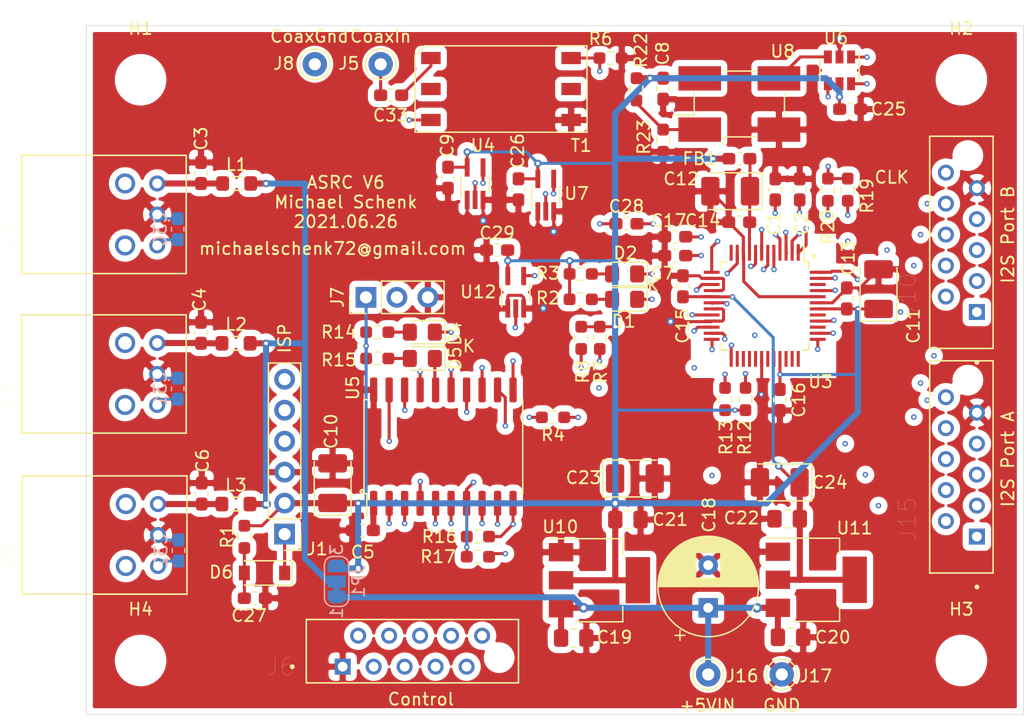
<source format=kicad_pcb>
(kicad_pcb (version 20171130) (host pcbnew "(5.1.10-0-10_14)")
  (layers (0 F.Cu mixed) (1 In1.Cu signal) (2 In2.Cu signal) (31 B.Cu mixed) (34 B.Paste user) (35 F.Paste user) (36 B.SilkS user) (37 F.SilkS user) (38 B.Mask user) (39 F.Mask user) (44 Edge.Cuts user))
  (net 0 "")
  (net 1 "Net-(C1-Pad2)")
  (net 2 GND)
  (net 3 +3V3)
  (net 4 "Net-(D1-Pad2)")
  (net 5 "Net-(D1-Pad1)")
  (net 6 "Net-(D2-Pad2)")
  (net 7 "Net-(D2-Pad1)")
  (net 8 "Net-(J1-Pad5)")
  (net 9 "Net-(J1-Pad4)")
  (net 10 SCL)
  (net 11 SDA)
  (net 12 +1V8)
  (net 13 "Net-(C2-Pad1)")
  (net 14 "Net-(R12-Pad1)")
  (net 15 "Net-(R13-Pad1)")
  (net 16 RESET)
  (net 17 BCKB)
  (net 18 LRCKB)
  (net 19 SDOUTB)
  (net 20 "Net-(R19-Pad1)")
  (net 21 "Net-(R22-Pad1)")
  (net 22 BCKA)
  (net 23 LRCKA)
  (net 24 SDOUTA)
  (net 25 MCLK1)
  (net 26 MCLK3)
  (net 27 "Net-(R20-Pad1)")
  (net 28 MCLK2)
  (net 29 "Net-(U6-Pad3)")
  (net 30 "Net-(C12-Pad1)")
  (net 31 RC4)
  (net 32 RC5)
  (net 33 "Net-(D4-Pad2)")
  (net 34 "Net-(D4-Pad1)")
  (net 35 "Net-(D5-Pad2)")
  (net 36 "Net-(D5-Pad1)")
  (net 37 RA4)
  (net 38 RA5)
  (net 39 RC6)
  (net 40 SDA2)
  (net 41 SCL2)
  (net 42 RC7)
  (net 43 "Net-(C3-Pad2)")
  (net 44 "Net-(C4-Pad2)")
  (net 45 +5V)
  (net 46 "Net-(JP1-Pad2)")
  (net 47 "Net-(C27-Pad1)")
  (net 48 "Net-(D6-Pad1)")
  (net 49 SDO)
  (net 50 "Net-(J7-Pad2)")
  (net 51 "Net-(R4-Pad2)")
  (net 52 "Net-(U3-Pad3)")
  (net 53 "Net-(U3-Pad1)")
  (net 54 "Net-(C6-Pad2)")
  (net 55 "Net-(C7-Pad2)")
  (net 56 "Net-(C17-Pad2)")
  (net 57 "Net-(C28-Pad2)")
  (net 58 "Net-(C28-Pad1)")
  (net 59 "Net-(U12-Pad4)")
  (net 60 "Net-(J8-Pad1)")
  (net 61 "Net-(C30-Pad2)")
  (net 62 "Net-(C31-Pad2)")
  (net 63 "Net-(C32-Pad2)")
  (net 64 "Net-(C33-Pad2)")
  (net 65 "Net-(C33-Pad1)")
  (module kicad-snk:PLR135-T10_PLT133-T10W (layer F.Cu) (at 112.4585 98.933 90)
    (fp_text reference U9 (at -1.827255 -9.646905 90) (layer F.SilkS) (effects (font (size 1.001236 1.001236) (thickness 0.015))))
    (fp_text value PLR135-T10)
    (pad 1 thru_hole circle (at 2.54 2.63 90) (size 1.308 1.308) (drill 0.8) (layers *.Cu *.Mask) (net 54 "Net-(C6-Pad2)"))
    (pad 2 thru_hole circle (at 0 2.63 90) (size 1.308 1.308) (drill 0.8) (layers *.Cu *.Mask) (net 2 GND))
    (pad 3 thru_hole circle (at -2.54 2.63 90) (size 1.308 1.308) (drill 0.8) (layers *.Cu *.Mask) (net 63 "Net-(C32-Pad2)"))
    (pad NC2 thru_hole circle (at -2.54 0 90) (size 1.65 1.65) (drill 1.1) (layers *.Cu *.Mask))
    (pad NC1 thru_hole circle (at 2.54 0 90) (size 1.65 1.65) (drill 1.1) (layers *.Cu *.Mask))
  )
  (module kicad-snk:PLR135-T10_PLT133-T10W (layer F.Cu) (at 112.395 85.725 90)
    (fp_text reference U2 (at -1.827255 -9.646905 90) (layer F.SilkS) (effects (font (size 1.001236 1.001236) (thickness 0.015))))
    (fp_text value PLR135-T10)
    (pad 1 thru_hole circle (at 2.54 2.63 90) (size 1.308 1.308) (drill 0.8) (layers *.Cu *.Mask) (net 44 "Net-(C4-Pad2)"))
    (pad 2 thru_hole circle (at 0 2.63 90) (size 1.308 1.308) (drill 0.8) (layers *.Cu *.Mask) (net 2 GND))
    (pad 3 thru_hole circle (at -2.54 2.63 90) (size 1.308 1.308) (drill 0.8) (layers *.Cu *.Mask) (net 62 "Net-(C31-Pad2)"))
    (pad NC2 thru_hole circle (at -2.54 0 90) (size 1.65 1.65) (drill 1.1) (layers *.Cu *.Mask))
    (pad NC1 thru_hole circle (at 2.54 0 90) (size 1.65 1.65) (drill 1.1) (layers *.Cu *.Mask))
  )
  (module kicad-snk:PLR135-T10_PLT133-T10W (layer F.Cu) (at 112.395 72.644 90)
    (fp_text reference U1 (at -1.827255 -9.646905 90) (layer F.SilkS) (effects (font (size 1.001236 1.001236) (thickness 0.015))))
    (fp_text value PLR135-T10)
    (pad 1 thru_hole circle (at 2.54 2.63 90) (size 1.308 1.308) (drill 0.8) (layers *.Cu *.Mask) (net 43 "Net-(C3-Pad2)"))
    (pad 2 thru_hole circle (at 0 2.63 90) (size 1.308 1.308) (drill 0.8) (layers *.Cu *.Mask) (net 2 GND))
    (pad 3 thru_hole circle (at -2.54 2.63 90) (size 1.308 1.308) (drill 0.8) (layers *.Cu *.Mask) (net 61 "Net-(C30-Pad2)"))
    (pad NC2 thru_hole circle (at -2.54 0 90) (size 1.65 1.65) (drill 1.1) (layers *.Cu *.Mask))
    (pad NC1 thru_hole circle (at 2.54 0 90) (size 1.65 1.65) (drill 1.1) (layers *.Cu *.Mask))
  )
  (module Capacitor_SMD:C_0603_1608Metric_Pad1.08x0.95mm_HandSolder (layer F.Cu) (at 134.2125 62.865)
    (fp_text reference C33 (at -0.037 1.651) (layer F.SilkS))
    (fp_text value 100nF)
    (pad 2 smd roundrect (at 0.8625 0) (size 1.075 0.95) (layers F.Cu F.Paste F.Mask) (net 64 "Net-(C33-Pad2)"))
    (pad 1 smd roundrect (at -0.8625 0) (size 1.075 0.95) (layers F.Cu F.Paste F.Mask) (net 65 "Net-(C33-Pad1)"))
  )
  (module Capacitor_SMD:C_0603_1608Metric_Pad1.08x0.95mm_HandSolder (layer B.Cu) (at 116.7765 100.203 270)
    (fp_text reference C32 (at 0 1.43 90) (layer B.SilkS) (effects (justify mirror)))
    (fp_text value 30pF)
    (pad 2 smd roundrect (at 0.8625 0 270) (size 1.075 0.95) (layers B.Cu B.Paste B.Mask) (net 63 "Net-(C32-Pad2)"))
    (pad 1 smd roundrect (at -0.8625 0 270) (size 1.075 0.95) (layers B.Cu B.Paste B.Mask) (net 2 GND))
  )
  (module Capacitor_SMD:C_0603_1608Metric_Pad1.08x0.95mm_HandSolder (layer B.Cu) (at 116.713 86.9315 270)
    (fp_text reference C31 (at 0 1.43 90) (layer B.SilkS) (effects (justify mirror)))
    (fp_text value 30pF)
    (pad 2 smd roundrect (at 0.8625 0 270) (size 1.075 0.95) (layers B.Cu B.Paste B.Mask) (net 62 "Net-(C31-Pad2)"))
    (pad 1 smd roundrect (at -0.8625 0 270) (size 1.075 0.95) (layers B.Cu B.Paste B.Mask) (net 2 GND))
  )
  (module Capacitor_SMD:C_0603_1608Metric_Pad1.08x0.95mm_HandSolder (layer B.Cu) (at 116.713 73.8505 270)
    (fp_text reference C30 (at 0 1.43 90) (layer B.SilkS) (effects (justify mirror)))
    (fp_text value 30pF)
    (pad 2 smd roundrect (at 0.8625 0 270) (size 1.075 0.95) (layers B.Cu B.Paste B.Mask) (net 61 "Net-(C30-Pad2)"))
    (pad 1 smd roundrect (at -0.8625 0 270) (size 1.075 0.95) (layers B.Cu B.Paste B.Mask) (net 2 GND))
  )
  (module kicad-snk:DA100J (layer F.Cu) (at 143.221 62.357 270)
    (fp_text reference T1 (at 4.6355 -6.5755) (layer F.SilkS))
    (fp_text value Murata_DA103)
    (pad 3 smd rect (at 2.54 5.75 270) (size 1 1.6) (layers F.Cu F.Paste F.Mask) (net 60 "Net-(J8-Pad1)"))
    (pad 4 smd rect (at 2.54 -5.75 270) (size 1 1.6) (layers F.Cu F.Paste F.Mask) (net 2 GND))
    (pad 2 smd rect (at 0 5.75 270) (size 1 1.6) (layers F.Cu F.Paste F.Mask))
    (pad 5 smd rect (at 0 -5.75 270) (size 1 1.6) (layers F.Cu F.Paste F.Mask))
    (pad 1 smd rect (at -2.54 5.75 270) (size 1 1.6) (layers F.Cu F.Paste F.Mask) (net 64 "Net-(C33-Pad2)"))
    (pad 6 smd rect (at -2.54 -5.75 270) (size 1 1.6) (layers F.Cu F.Paste F.Mask) (net 58 "Net-(C28-Pad1)"))
  )
  (module Package_TO_SOT_SMD:SOT-353_SC-70-5_Handsoldering (layer F.Cu) (at 144.428001 79.022001 90)
    (fp_text reference U12 (at 0.028001 -3.077001 180) (layer F.SilkS))
    (fp_text value 74LVC1G125)
    (pad 5 smd rect (at 1.33 -0.65 90) (size 1.5 0.4) (layers F.Cu F.Paste F.Mask) (net 3 +3V3))
    (pad 4 smd rect (at 1.33 0.65 90) (size 1.5 0.4) (layers F.Cu F.Paste F.Mask) (net 59 "Net-(U12-Pad4)"))
    (pad 3 smd rect (at -1.33 0.65 90) (size 1.5 0.4) (layers F.Cu F.Paste F.Mask) (net 2 GND))
    (pad 2 smd rect (at -1.33 0 90) (size 1.5 0.4) (layers F.Cu F.Paste F.Mask) (net 63 "Net-(C32-Pad2)"))
    (pad 1 smd rect (at -1.33 -0.65 90) (size 1.5 0.4) (layers F.Cu F.Paste F.Mask) (net 2 GND))
  )
  (module Inductor_SMD:L_0805_2012Metric_Pad1.05x1.20mm_HandSolder (layer F.Cu) (at 121.4825 96.393)
    (fp_text reference L3 (at 0 -1.55) (layer F.SilkS))
    (fp_text value 47uH)
    (pad 2 smd roundrect (at 1.15 0) (size 1.05 1.2) (layers F.Cu F.Paste F.Mask) (roundrect_rratio 0.2380942857142857) (net 46 "Net-(JP1-Pad2)"))
    (pad 1 smd roundrect (at -1.15 0) (size 1.05 1.2) (layers F.Cu F.Paste F.Mask) (roundrect_rratio 0.2380942857142857) (net 54 "Net-(C6-Pad2)"))
  )
  (module Capacitor_SMD:C_0603_1608Metric_Pad1.08x0.95mm_HandSolder (layer F.Cu) (at 142.9015 75.565 180)
    (fp_text reference C29 (at 0 1.397) (layer F.SilkS))
    (fp_text value 100nF)
    (pad 2 smd roundrect (at 0.8625 0 180) (size 1.075 0.95) (layers F.Cu F.Paste F.Mask) (net 2 GND))
    (pad 1 smd roundrect (at -0.8625 0 180) (size 1.075 0.95) (layers F.Cu F.Paste F.Mask) (net 3 +3V3))
  )
  (module Capacitor_SMD:C_0603_1608Metric_Pad1.08x0.95mm_HandSolder (layer F.Cu) (at 118.6815 95.5305 270)
    (fp_text reference C6 (at -2.6935 -0.0635 90) (layer F.SilkS))
    (fp_text value 100nF)
    (pad 2 smd roundrect (at 0.8625 0 270) (size 1.075 0.95) (layers F.Cu F.Paste F.Mask) (net 54 "Net-(C6-Pad2)"))
    (pad 1 smd roundrect (at -0.8625 0 270) (size 1.075 0.95) (layers F.Cu F.Paste F.Mask) (net 2 GND))
  )
  (module Resistor_SMD:R_0603_1608Metric_Pad0.98x0.95mm_HandSolder (layer F.Cu) (at 152.2095 59.817 180)
    (fp_text reference R6 (at 0.8255 1.5875) (layer F.SilkS))
    (fp_text value 75R)
    (pad 2 smd roundrect (at 0.9125 0 180) (size 0.975 0.95) (layers F.Cu F.Paste F.Mask) (net 58 "Net-(C28-Pad1)"))
    (pad 1 smd roundrect (at -0.9125 0 180) (size 0.975 0.95) (layers F.Cu F.Paste F.Mask) (net 2 GND))
  )
  (module Connector_Pin:Pin_D1.0mm_L10.0mm (layer F.Cu) (at 127.9525 60.325)
    (fp_text reference J8 (at -2.54 -0.0635) (layer F.SilkS))
    (fp_text value COAXGND)
    (pad 1 thru_hole circle (at 0 0) (size 2 2) (drill 1) (layers *.Cu *.Mask) (net 60 "Net-(J8-Pad1)"))
  )
  (module Connector_Pin:Pin_D1.0mm_L10.0mm (layer F.Cu) (at 133.35 60.325)
    (fp_text reference J5 (at -2.6035 -0.0635) (layer F.SilkS))
    (fp_text value COAXIN)
    (pad 1 thru_hole circle (at 0 0) (size 2 2) (drill 1) (layers *.Cu *.Mask) (net 65 "Net-(C33-Pad1)"))
  )
  (module Capacitor_SMD:C_0603_1608Metric_Pad1.08x0.95mm_HandSolder (layer F.Cu) (at 153.506 73.406)
    (fp_text reference C28 (at 0 -1.43) (layer F.SilkS))
    (fp_text value 100nF)
    (pad 2 smd roundrect (at 0.8625 0) (size 1.075 0.95) (layers F.Cu F.Paste F.Mask) (net 57 "Net-(C28-Pad2)"))
    (pad 1 smd roundrect (at -0.8625 0) (size 1.075 0.95) (layers F.Cu F.Paste F.Mask) (net 58 "Net-(C28-Pad1)"))
  )
  (module Capacitor_SMD:C_0603_1608Metric_Pad1.08x0.95mm_HandSolder (layer F.Cu) (at 157.5065 74.4728)
    (fp_text reference C17 (at -0.5345 -1.3208) (layer F.SilkS))
    (fp_text value 100nF)
    (pad 2 smd roundrect (at 0.8625 0) (size 1.075 0.95) (layers F.Cu F.Paste F.Mask) (net 56 "Net-(C17-Pad2)"))
    (pad 1 smd roundrect (at -0.8625 0) (size 1.075 0.95) (layers F.Cu F.Paste F.Mask) (net 2 GND))
  )
  (module Capacitor_SMD:C_0603_1608Metric_Pad1.08x0.95mm_HandSolder (layer F.Cu) (at 157.5043 76.0222)
    (fp_text reference C7 (at -1.0403 1.4478) (layer F.SilkS))
    (fp_text value 100nF)
    (pad 2 smd roundrect (at 0.8625 0) (size 1.075 0.95) (layers F.Cu F.Paste F.Mask) (net 55 "Net-(C7-Pad2)"))
    (pad 1 smd roundrect (at -0.8625 0) (size 1.075 0.95) (layers F.Cu F.Paste F.Mask) (net 2 GND))
  )
  (module kicad-snk:TE_CONN_RCPT_10POS_0.1_TIN_PCB (layer F.Cu) (at 130.2385 109.728)
    (fp_text reference J6 (at -5.08 0) (layer F.SilkS) (effects (font (size 1.40137 1.40137) (thickness 0.015))))
    (fp_text value IN)
    (pad 1 thru_hole rect (at 0 0) (size 1.308 1.308) (drill 0.8) (layers *.Cu *.Mask) (net 2 GND))
    (pad 2 thru_hole circle (at 1.27 -2.54) (size 1.308 1.308) (drill 0.8) (layers *.Cu *.Mask) (net 3 +3V3))
    (pad 3 thru_hole circle (at 2.54 0) (size 1.308 1.308) (drill 0.8) (layers *.Cu *.Mask) (net 37 RA4))
    (pad 4 thru_hole circle (at 3.81 -2.54) (size 1.308 1.308) (drill 0.8) (layers *.Cu *.Mask) (net 38 RA5))
    (pad 5 thru_hole circle (at 5.08 0) (size 1.308 1.308) (drill 0.8) (layers *.Cu *.Mask) (net 31 RC4))
    (pad 6 thru_hole circle (at 6.35 -2.54) (size 1.308 1.308) (drill 0.8) (layers *.Cu *.Mask) (net 32 RC5))
    (pad 7 thru_hole circle (at 7.62 0) (size 1.308 1.308) (drill 0.8) (layers *.Cu *.Mask) (net 42 RC7))
    (pad 8 thru_hole circle (at 8.89 -2.54) (size 1.308 1.308) (drill 0.8) (layers *.Cu *.Mask) (net 39 RC6))
    (pad 9 thru_hole circle (at 10.16 0) (size 1.308 1.308) (drill 0.8) (layers *.Cu *.Mask) (net 40 SDA2))
    (pad 10 thru_hole circle (at 11.43 -2.54) (size 1.308 1.308) (drill 0.8) (layers *.Cu *.Mask) (net 41 SCL2))
    (pad None np_thru_hole circle (at 12.83 -0.74) (size 1.5 1.5) (drill 1.5) (layers *.Cu *.Mask))
  )
  (module kicad-snk:TE_CONN_RCPT_10POS_0.1_TIN_PCB (layer F.Cu) (at 182.245 99.06 90)
    (fp_text reference J15 (at 1.40487 -5.69557 90) (layer F.SilkS) (effects (font (size 1.40137 1.40137) (thickness 0.015))))
    (fp_text value A)
    (pad 1 thru_hole rect (at 0 0 90) (size 1.308 1.308) (drill 0.8) (layers *.Cu *.Mask) (net 28 MCLK2))
    (pad 2 thru_hole circle (at 1.27 -2.54 90) (size 1.308 1.308) (drill 0.8) (layers *.Cu *.Mask))
    (pad 3 thru_hole circle (at 2.54 0 90) (size 1.308 1.308) (drill 0.8) (layers *.Cu *.Mask) (net 22 BCKA))
    (pad 4 thru_hole circle (at 3.81 -2.54 90) (size 1.308 1.308) (drill 0.8) (layers *.Cu *.Mask) (net 49 SDO))
    (pad 5 thru_hole circle (at 5.08 0 90) (size 1.308 1.308) (drill 0.8) (layers *.Cu *.Mask) (net 23 LRCKA))
    (pad 6 thru_hole circle (at 6.35 -2.54 90) (size 1.308 1.308) (drill 0.8) (layers *.Cu *.Mask) (net 11 SDA))
    (pad 7 thru_hole circle (at 7.62 0 90) (size 1.308 1.308) (drill 0.8) (layers *.Cu *.Mask) (net 24 SDOUTA))
    (pad 8 thru_hole circle (at 8.89 -2.54 90) (size 1.308 1.308) (drill 0.8) (layers *.Cu *.Mask) (net 10 SCL))
    (pad 9 thru_hole circle (at 10.16 0 90) (size 1.308 1.308) (drill 0.8) (layers *.Cu *.Mask) (net 2 GND))
    (pad 10 thru_hole circle (at 11.43 -2.54 90) (size 1.308 1.308) (drill 0.8) (layers *.Cu *.Mask) (net 16 RESET))
    (pad None np_thru_hole circle (at 12.83 -0.74 90) (size 1.5 1.5) (drill 1.5) (layers *.Cu *.Mask))
  )
  (module kicad-snk:TE_CONN_RCPT_10POS_0.1_TIN_PCB (layer F.Cu) (at 182.245 80.645 90)
    (fp_text reference J10 (at 1.40487 -5.69557 90) (layer F.SilkS) (effects (font (size 1.40137 1.40137) (thickness 0.015))))
    (fp_text value B)
    (pad 1 thru_hole rect (at 0 0 90) (size 1.308 1.308) (drill 0.8) (layers *.Cu *.Mask) (net 26 MCLK3))
    (pad 2 thru_hole circle (at 1.27 -2.54 90) (size 1.308 1.308) (drill 0.8) (layers *.Cu *.Mask))
    (pad 3 thru_hole circle (at 2.54 0 90) (size 1.308 1.308) (drill 0.8) (layers *.Cu *.Mask) (net 17 BCKB))
    (pad 4 thru_hole circle (at 3.81 -2.54 90) (size 1.308 1.308) (drill 0.8) (layers *.Cu *.Mask) (net 49 SDO))
    (pad 5 thru_hole circle (at 5.08 0 90) (size 1.308 1.308) (drill 0.8) (layers *.Cu *.Mask) (net 18 LRCKB))
    (pad 6 thru_hole circle (at 6.35 -2.54 90) (size 1.308 1.308) (drill 0.8) (layers *.Cu *.Mask) (net 11 SDA))
    (pad 7 thru_hole circle (at 7.62 0 90) (size 1.308 1.308) (drill 0.8) (layers *.Cu *.Mask) (net 19 SDOUTB))
    (pad 8 thru_hole circle (at 8.89 -2.54 90) (size 1.308 1.308) (drill 0.8) (layers *.Cu *.Mask) (net 10 SCL))
    (pad 9 thru_hole circle (at 10.16 0 90) (size 1.308 1.308) (drill 0.8) (layers *.Cu *.Mask) (net 2 GND))
    (pad 10 thru_hole circle (at 11.43 -2.54 90) (size 1.308 1.308) (drill 0.8) (layers *.Cu *.Mask) (net 16 RESET))
    (pad None np_thru_hole circle (at 12.83 -0.74 90) (size 1.5 1.5) (drill 1.5) (layers *.Cu *.Mask))
  )
  (module Resistor_SMD:R_0603_1608Metric_Pad0.98x0.95mm_HandSolder (layer F.Cu) (at 147.487 89.281 180)
    (fp_text reference R4 (at 0 -1.43) (layer F.SilkS))
    (fp_text value 0R)
    (pad 2 smd roundrect (at 0.9125 0 180) (size 0.975 0.95) (layers F.Cu F.Paste F.Mask) (net 51 "Net-(R4-Pad2)"))
    (pad 1 smd roundrect (at -0.9125 0 180) (size 0.975 0.95) (layers F.Cu F.Paste F.Mask) (net 49 SDO))
  )
  (module Resistor_SMD:R_0603_1608Metric_Pad0.98x0.95mm_HandSolder (layer F.Cu) (at 122.174 99.0835 270)
    (fp_text reference R1 (at -0.0235 1.397 90) (layer F.SilkS))
    (fp_text value 4k99)
    (pad 2 smd roundrect (at 0.9125 0 270) (size 0.975 0.95) (layers F.Cu F.Paste F.Mask) (net 47 "Net-(C27-Pad1)"))
    (pad 1 smd roundrect (at -0.9125 0 270) (size 0.975 0.95) (layers F.Cu F.Paste F.Mask) (net 3 +3V3))
  )
  (module Connector_PinHeader_2.54mm:PinHeader_1x03_P2.54mm_Vertical (layer F.Cu) (at 132.1435 79.4385 90)
    (fp_text reference J7 (at 0 -2.33 90) (layer F.SilkS))
    (fp_text value SEL)
    (pad 3 thru_hole oval (at 0 5.08 90) (size 1.7 1.7) (drill 1) (layers *.Cu *.Mask) (net 2 GND))
    (pad 2 thru_hole oval (at 0 2.54 90) (size 1.7 1.7) (drill 1) (layers *.Cu *.Mask) (net 50 "Net-(J7-Pad2)"))
    (pad 1 thru_hole rect (at 0 0 90) (size 1.7 1.7) (drill 1) (layers *.Cu *.Mask) (net 3 +3V3))
  )
  (module Diode_SMD:D_SOD-123 (layer F.Cu) (at 123.826 102.0445 180)
    (fp_text reference D6 (at 3.557 0.0635) (layer F.SilkS))
    (fp_text value 1N4148W)
    (pad 2 smd rect (at 1.65 0 180) (size 0.9 1.2) (layers F.Cu F.Paste F.Mask) (net 47 "Net-(C27-Pad1)"))
    (pad 1 smd rect (at -1.65 0 180) (size 0.9 1.2) (layers F.Cu F.Paste F.Mask) (net 48 "Net-(D6-Pad1)"))
  )
  (module Capacitor_SMD:C_0603_1608Metric_Pad1.08x0.95mm_HandSolder (layer F.Cu) (at 123.0365 104.1146)
    (fp_text reference C27 (at -0.4815 1.4224) (layer F.SilkS))
    (fp_text value 10nF)
    (pad 2 smd roundrect (at 0.8625 0) (size 1.075 0.95) (layers F.Cu F.Paste F.Mask) (net 2 GND))
    (pad 1 smd roundrect (at -0.8625 0) (size 1.075 0.95) (layers F.Cu F.Paste F.Mask) (net 47 "Net-(C27-Pad1)"))
  )
  (module Jumper:SolderJumper-3_P1.3mm_Bridged12_RoundedPad1.0x1.5mm_NumberLabels (layer B.Cu) (at 129.7432 102.7384 90)
    (fp_text reference JP1 (at 0 1.8 90) (layer B.SilkS) (effects (justify mirror)))
    (fp_text value SolderJumper_3_Bridged12)
    (fp_poly (pts (xy -0.9 0.3) (xy -0.4 0.3) (xy -0.4 -0.3) (xy -0.9 -0.3)) (layer B.Cu) (width 0))
    (fp_text user 1 (at -2.6 0 90) (layer B.SilkS) (effects (justify mirror)))
    (fp_text user 3 (at 2.6 0 90) (layer B.SilkS) (effects (justify mirror)))
    (pad 1 smd custom (at -1.3 0 90) (size 1 0.5) (layers B.Cu B.Mask) (net 45 +5V) (options (clearance outline) (anchor rect)) (primitives (gr_poly (pts (xy 0.55 0.75) (xy 0 0.75) (xy 0 -0.75) (xy 0.55 -0.75)) (width 0)) (gr_circle (center 0 -0.25) (end 0.5 -0.25) (width 0)) (gr_circle (center 0 0.25) (end 0.5 0.25) (width 0))))
    (pad 2 smd rect (at 0 0 90) (size 1 1.5) (layers B.Cu B.Mask) (net 46 "Net-(JP1-Pad2)"))
    (pad 3 smd custom (at 1.3 0 90) (size 1 0.5) (layers B.Cu B.Mask) (net 3 +3V3) (options (clearance outline) (anchor rect)) (primitives (gr_circle (center 0 -0.25) (end 0.5 -0.25) (width 0)) (gr_circle (center 0 0.25) (end 0.5 0.25) (width 0)) (gr_poly (pts (xy -0.55 0.75) (xy 0 0.75) (xy 0 -0.75) (xy -0.55 -0.75)) (width 0))))
  )
  (module Inductor_SMD:L_0805_2012Metric_Pad1.05x1.20mm_HandSolder (layer F.Cu) (at 121.4952 83.2104)
    (fp_text reference L2 (at 0 -1.55) (layer F.SilkS))
    (fp_text value 47uH)
    (pad 2 smd roundrect (at 1.15 0) (size 1.05 1.2) (layers F.Cu F.Paste F.Mask) (roundrect_rratio 0.2380942857142857) (net 46 "Net-(JP1-Pad2)"))
    (pad 1 smd roundrect (at -1.15 0) (size 1.05 1.2) (layers F.Cu F.Paste F.Mask) (roundrect_rratio 0.2380942857142857) (net 44 "Net-(C4-Pad2)"))
  )
  (module Inductor_SMD:L_0805_2012Metric_Pad1.05x1.20mm_HandSolder (layer F.Cu) (at 121.546 70.104)
    (fp_text reference L1 (at 0 -1.55) (layer F.SilkS))
    (fp_text value 47uH)
    (pad 2 smd roundrect (at 1.15 0) (size 1.05 1.2) (layers F.Cu F.Paste F.Mask) (roundrect_rratio 0.2380942857142857) (net 46 "Net-(JP1-Pad2)"))
    (pad 1 smd roundrect (at -1.15 0) (size 1.05 1.2) (layers F.Cu F.Paste F.Mask) (roundrect_rratio 0.2380942857142857) (net 43 "Net-(C3-Pad2)"))
  )
  (module Resistor_SMD:R_0603_1608Metric_Pad0.98x0.95mm_HandSolder (layer F.Cu) (at 141.3275 100.711)
    (fp_text reference R17 (at -3.2785 0) (layer F.SilkS))
    (fp_text value 4K99)
    (pad 2 smd roundrect (at 0.9125 0) (size 0.975 0.95) (layers F.Cu F.Paste F.Mask) (net 41 SCL2))
    (pad 1 smd roundrect (at -0.9125 0) (size 0.975 0.95) (layers F.Cu F.Paste F.Mask) (net 3 +3V3))
  )
  (module Resistor_SMD:R_0603_1608Metric_Pad0.98x0.95mm_HandSolder (layer F.Cu) (at 141.3275 99.06)
    (fp_text reference R16 (at -3.1515 0) (layer F.SilkS))
    (fp_text value 4K99)
    (pad 2 smd roundrect (at 0.9125 0) (size 0.975 0.95) (layers F.Cu F.Paste F.Mask) (net 40 SDA2))
    (pad 1 smd roundrect (at -0.9125 0) (size 0.975 0.95) (layers F.Cu F.Paste F.Mask) (net 3 +3V3))
  )
  (module Resistor_SMD:R_0603_1608Metric_Pad0.98x0.95mm_HandSolder (layer F.Cu) (at 133.0725 84.455)
    (fp_text reference R15 (at -3.1515 0.127) (layer F.SilkS))
    (fp_text value 330R)
    (pad 2 smd roundrect (at 0.9125 0) (size 0.975 0.95) (layers F.Cu F.Paste F.Mask) (net 35 "Net-(D5-Pad2)"))
    (pad 1 smd roundrect (at -0.9125 0) (size 0.975 0.95) (layers F.Cu F.Paste F.Mask) (net 3 +3V3))
  )
  (module Resistor_SMD:R_0603_1608Metric_Pad0.98x0.95mm_HandSolder (layer F.Cu) (at 133.0725 82.296)
    (fp_text reference R14 (at -3.1515 0) (layer F.SilkS))
    (fp_text value 330R)
    (pad 2 smd roundrect (at 0.9125 0) (size 0.975 0.95) (layers F.Cu F.Paste F.Mask) (net 33 "Net-(D4-Pad2)"))
    (pad 1 smd roundrect (at -0.9125 0) (size 0.975 0.95) (layers F.Cu F.Paste F.Mask) (net 3 +3V3))
  )
  (module LED_SMD:LED_0805_2012Metric_Pad1.15x1.40mm_HandSolder (layer F.Cu) (at 136.77 84.455 180)
    (fp_text reference D5 (at -2.676 0 90) (layer F.SilkS))
    (fp_text value LED)
    (pad 2 smd roundrect (at 1.025 0 180) (size 1.15 1.4) (layers F.Cu F.Paste F.Mask) (roundrect_rratio 0.2173904347826087) (net 35 "Net-(D5-Pad2)"))
    (pad 1 smd roundrect (at -1.025 0 180) (size 1.15 1.4) (layers F.Cu F.Paste F.Mask) (roundrect_rratio 0.2173904347826087) (net 36 "Net-(D5-Pad1)"))
  )
  (module LED_SMD:LED_0805_2012Metric_Pad1.15x1.40mm_HandSolder (layer F.Cu) (at 136.77 82.296 180)
    (fp_text reference D4 (at -2.676 -0.127 90) (layer F.SilkS))
    (fp_text value LED)
    (pad 2 smd roundrect (at 1.025 0 180) (size 1.15 1.4) (layers F.Cu F.Paste F.Mask) (roundrect_rratio 0.2173904347826087) (net 33 "Net-(D4-Pad2)"))
    (pad 1 smd roundrect (at -1.025 0 180) (size 1.15 1.4) (layers F.Cu F.Paste F.Mask) (roundrect_rratio 0.2173904347826087) (net 34 "Net-(D4-Pad1)"))
  )
  (module Capacitor_SMD:C_0603_1608Metric_Pad1.08x0.95mm_HandSolder (layer F.Cu) (at 162.7643 68.072)
    (fp_text reference FB1 (at -3.2523 0) (layer F.SilkS))
    (fp_text value Ferrite_Bead_Small)
    (pad 2 smd roundrect (at 0.8625 0) (size 1.075 0.95) (layers F.Cu F.Paste F.Mask) (net 30 "Net-(C12-Pad1)"))
    (pad 1 smd roundrect (at -0.8625 0) (size 1.075 0.95) (layers F.Cu F.Paste F.Mask) (net 3 +3V3))
  )
  (module Package_TO_SOT_SMD:SOT-353_SC-70-5_Handsoldering (layer F.Cu) (at 146.8905 71.06 90)
    (fp_text reference U7 (at 0.1305 2.525 180) (layer F.SilkS))
    (fp_text value 74LVC1G125)
    (pad 5 smd rect (at 1.33 -0.65 90) (size 1.5 0.4) (layers F.Cu F.Paste F.Mask) (net 3 +3V3))
    (pad 4 smd rect (at 1.33 0.65 90) (size 1.5 0.4) (layers F.Cu F.Paste F.Mask) (net 52 "Net-(U3-Pad3)"))
    (pad 3 smd rect (at -1.33 0.65 90) (size 1.5 0.4) (layers F.Cu F.Paste F.Mask) (net 2 GND))
    (pad 2 smd rect (at -1.33 0 90) (size 1.5 0.4) (layers F.Cu F.Paste F.Mask) (net 62 "Net-(C31-Pad2)"))
    (pad 1 smd rect (at -1.33 -0.65 90) (size 1.5 0.4) (layers F.Cu F.Paste F.Mask) (net 2 GND))
  )
  (module Package_TO_SOT_SMD:SOT-353_SC-70-5_Handsoldering (layer F.Cu) (at 141.097 70.1202 90)
    (fp_text reference U4 (at 3.1277 0.635 180) (layer F.SilkS))
    (fp_text value 74LVC1G125)
    (pad 5 smd rect (at 1.33 -0.65 90) (size 1.5 0.4) (layers F.Cu F.Paste F.Mask) (net 3 +3V3))
    (pad 4 smd rect (at 1.33 0.65 90) (size 1.5 0.4) (layers F.Cu F.Paste F.Mask) (net 53 "Net-(U3-Pad1)"))
    (pad 3 smd rect (at -1.33 0.65 90) (size 1.5 0.4) (layers F.Cu F.Paste F.Mask) (net 2 GND))
    (pad 2 smd rect (at -1.33 0 90) (size 1.5 0.4) (layers F.Cu F.Paste F.Mask) (net 61 "Net-(C30-Pad2)"))
    (pad 1 smd rect (at -1.33 -0.65 90) (size 1.5 0.4) (layers F.Cu F.Paste F.Mask) (net 2 GND))
  )
  (module Capacitor_SMD:C_0603_1608Metric_Pad1.08x0.95mm_HandSolder (layer F.Cu) (at 144.653 70.5855 270)
    (fp_text reference C26 (at -3.1485 0.0635 90) (layer F.SilkS))
    (fp_text value 100nF)
    (pad 2 smd roundrect (at 0.8625 0 270) (size 1.075 0.95) (layers F.Cu F.Paste F.Mask) (net 2 GND))
    (pad 1 smd roundrect (at -0.8625 0 270) (size 1.075 0.95) (layers F.Cu F.Paste F.Mask) (net 3 +3V3))
  )
  (module Capacitor_SMD:C_0603_1608Metric_Pad1.08x0.95mm_HandSolder (layer F.Cu) (at 138.8745 69.633 270)
    (fp_text reference C9 (at -2.6405 0.0635 90) (layer F.SilkS))
    (fp_text value 100nF)
    (pad 2 smd roundrect (at 0.8625 0 270) (size 1.075 0.95) (layers F.Cu F.Paste F.Mask) (net 2 GND))
    (pad 1 smd roundrect (at -0.8625 0 270) (size 1.075 0.95) (layers F.Cu F.Paste F.Mask) (net 3 +3V3))
  )
  (module Package_TO_SOT_SMD:SOT-23-6 (layer F.Cu) (at 170.9776 60.8252 270)
    (fp_text reference U6 (at -2.6592 0.2896 180) (layer F.SilkS))
    (fp_text value PL133-37TI-R)
    (pad 5 smd rect (at 1.1 0 270) (size 1.06 0.65) (layers F.Cu F.Paste F.Mask) (net 3 +3V3))
    (pad 6 smd rect (at 1.1 -0.95 270) (size 1.06 0.65) (layers F.Cu F.Paste F.Mask) (net 26 MCLK3))
    (pad 4 smd rect (at 1.1 0.95 270) (size 1.06 0.65) (layers F.Cu F.Paste F.Mask) (net 25 MCLK1))
    (pad 3 smd rect (at -1.1 0.95 270) (size 1.06 0.65) (layers F.Cu F.Paste F.Mask) (net 29 "Net-(U6-Pad3)"))
    (pad 2 smd rect (at -1.1 0 270) (size 1.06 0.65) (layers F.Cu F.Paste F.Mask) (net 2 GND))
    (pad 1 smd rect (at -1.1 -0.95 270) (size 1.06 0.65) (layers F.Cu F.Paste F.Mask) (net 28 MCLK2))
  )
  (module Capacitor_SMD:C_0603_1608Metric_Pad1.08x0.95mm_HandSolder (layer F.Cu) (at 171.8553 64.008 180)
    (fp_text reference C25 (at -3.1507 0) (layer F.SilkS))
    (fp_text value 100nF)
    (pad 2 smd roundrect (at 0.8625 0 180) (size 1.075 0.95) (layers F.Cu F.Paste F.Mask) (net 3 +3V3))
    (pad 1 smd roundrect (at -0.8625 0 180) (size 1.075 0.95) (layers F.Cu F.Paste F.Mask) (net 2 GND))
  )
  (module Resistor_SMD:R_0603_1608Metric_Pad0.98x0.95mm_HandSolder (layer F.Cu) (at 156.5148 66.5969 90)
    (fp_text reference R23 (at 0.3029 -1.5748 90) (layer F.SilkS))
    (fp_text value NC)
    (pad 2 smd roundrect (at 0.9125 0 90) (size 0.975 0.95) (layers F.Cu F.Paste F.Mask) (net 21 "Net-(R22-Pad1)"))
    (pad 1 smd roundrect (at -0.9125 0 90) (size 0.975 0.95) (layers F.Cu F.Paste F.Mask) (net 2 GND))
  )
  (module Resistor_SMD:R_0603_1608Metric_Pad0.98x0.95mm_HandSolder (layer F.Cu) (at 154.3304 62.3805 90)
    (fp_text reference R22 (at 3.1985 0.3556 90) (layer F.SilkS))
    (fp_text value 4K99)
    (pad 2 smd roundrect (at 0.9125 0 90) (size 0.975 0.95) (layers F.Cu F.Paste F.Mask) (net 3 +3V3))
    (pad 1 smd roundrect (at -0.9125 0 90) (size 0.975 0.95) (layers F.Cu F.Paste F.Mask) (net 21 "Net-(R22-Pad1)"))
  )
  (module Resistor_SMD:R_0603_1608Metric_Pad0.98x0.95mm_HandSolder (layer F.Cu) (at 170.0276 70.6139 90)
    (fp_text reference R20 (at -3.0461 0 90) (layer F.SilkS))
    (fp_text value 0R)
    (pad 2 smd roundrect (at 0.9125 0 90) (size 0.975 0.95) (layers F.Cu F.Paste F.Mask) (net 25 MCLK1))
    (pad 1 smd roundrect (at -0.9125 0 90) (size 0.975 0.95) (layers F.Cu F.Paste F.Mask) (net 27 "Net-(R20-Pad1)"))
  )
  (module Resistor_SMD:R_0603_1608Metric_Pad0.98x0.95mm_HandSolder (layer F.Cu) (at 171.6532 70.6139 90)
    (fp_text reference R19 (at -0.5061 1.5748 90) (layer F.SilkS))
    (fp_text value NC)
    (pad 2 smd roundrect (at 0.9125 0 90) (size 0.975 0.95) (layers F.Cu F.Paste F.Mask) (net 25 MCLK1))
    (pad 1 smd roundrect (at -0.9125 0 90) (size 0.975 0.95) (layers F.Cu F.Paste F.Mask) (net 20 "Net-(R19-Pad1)"))
  )
  (module Resistor_SMD:R_0603_1608Metric_Pad0.98x0.95mm_HandSolder (layer F.Cu) (at 161.5948 87.7805 270)
    (fp_text reference R13 (at 3.1515 -0.0762 90) (layer F.SilkS))
    (fp_text value 4k99)
    (pad 2 smd roundrect (at 0.9125 0 270) (size 0.975 0.95) (layers F.Cu F.Paste F.Mask) (net 3 +3V3))
    (pad 1 smd roundrect (at -0.9125 0 270) (size 0.975 0.95) (layers F.Cu F.Paste F.Mask) (net 15 "Net-(R13-Pad1)"))
  )
  (module Resistor_SMD:R_0603_1608Metric_Pad0.98x0.95mm_HandSolder (layer F.Cu) (at 163.2712 87.7805 270)
    (fp_text reference R12 (at 3.1515 0.0762 90) (layer F.SilkS))
    (fp_text value 1k)
    (pad 2 smd roundrect (at 0.9125 0 270) (size 0.975 0.95) (layers F.Cu F.Paste F.Mask) (net 3 +3V3))
    (pad 1 smd roundrect (at -0.9125 0 270) (size 0.975 0.95) (layers F.Cu F.Paste F.Mask) (net 14 "Net-(R12-Pad1)"))
  )
  (module Resistor_SMD:R_0603_1608Metric_Pad0.98x0.95mm_HandSolder (layer F.Cu) (at 149.7603 77.5208)
    (fp_text reference R3 (at -2.6943 -0.0508) (layer F.SilkS))
    (fp_text value 330R)
    (pad 2 smd roundrect (at 0.9125 0) (size 0.975 0.95) (layers F.Cu F.Paste F.Mask) (net 6 "Net-(D2-Pad2)"))
    (pad 1 smd roundrect (at -0.9125 0) (size 0.975 0.95) (layers F.Cu F.Paste F.Mask) (net 3 +3V3))
  )
  (module Resistor_SMD:R_0603_1608Metric_Pad0.98x0.95mm_HandSolder (layer F.Cu) (at 149.7565 79.6036)
    (fp_text reference R2 (at -2.6905 -0.1016) (layer F.SilkS))
    (fp_text value 330R)
    (pad 2 smd roundrect (at 0.9125 0) (size 0.975 0.95) (layers F.Cu F.Paste F.Mask) (net 4 "Net-(D1-Pad2)"))
    (pad 1 smd roundrect (at -0.9125 0) (size 0.975 0.95) (layers F.Cu F.Paste F.Mask) (net 3 +3V3))
  )
  (module Connector_Pin:Pin_D1.0mm_L10.0mm (layer F.Cu) (at 166.243 110.363)
    (fp_text reference J17 (at 2.794 0.127) (layer F.SilkS))
    (fp_text value GND)
    (pad 1 thru_hole circle (at 0 0) (size 2 2) (drill 1) (layers *.Cu *.Mask) (net 2 GND))
  )
  (module Connector_Pin:Pin_D1.0mm_L10.0mm (layer F.Cu) (at 160.2105 110.363)
    (fp_text reference J16 (at 2.794 0.127) (layer F.SilkS))
    (fp_text value +5VIN)
    (pad 1 thru_hole circle (at 0 0) (size 2 2) (drill 1) (layers *.Cu *.Mask) (net 45 +5V))
  )
  (module Resistor_SMD:R_0603_1608Metric_Pad0.98x0.95mm_HandSolder (layer F.Cu) (at 149.7965 82.764 270)
    (fp_text reference R8 (at 2.7705 -0.127 90) (layer F.SilkS))
    (fp_text value 4K99)
    (pad 2 smd roundrect (at 0.9125 0 270) (size 0.975 0.95) (layers F.Cu F.Paste F.Mask) (net 11 SDA))
    (pad 1 smd roundrect (at -0.9125 0 270) (size 0.975 0.95) (layers F.Cu F.Paste F.Mask) (net 3 +3V3))
  )
  (module Resistor_SMD:R_0603_1608Metric_Pad0.98x0.95mm_HandSolder (layer F.Cu) (at 151.3205 82.764 270)
    (fp_text reference R7 (at 2.7705 -0.0635 90) (layer F.SilkS))
    (fp_text value 4K99)
    (pad 2 smd roundrect (at 0.9125 0 270) (size 0.975 0.95) (layers F.Cu F.Paste F.Mask) (net 10 SCL))
    (pad 1 smd roundrect (at -0.9125 0 270) (size 0.975 0.95) (layers F.Cu F.Paste F.Mask) (net 3 +3V3))
  )
  (module Capacitor_SMD:C_0603_1608Metric_Pad1.08x0.95mm_HandSolder (layer F.Cu) (at 166.0906 87.8575 90)
    (fp_text reference C16 (at 0 1.5494 90) (layer F.SilkS))
    (fp_text value 100nF)
    (pad 2 smd roundrect (at 0.8625 0 90) (size 1.075 0.95) (layers F.Cu F.Paste F.Mask) (net 3 +3V3))
    (pad 1 smd roundrect (at -0.8625 0 90) (size 1.075 0.95) (layers F.Cu F.Paste F.Mask) (net 2 GND))
  )
  (module Capacitor_SMD:C_0603_1608Metric_Pad1.08x0.95mm_HandSolder (layer F.Cu) (at 158.1404 78.5357 270)
    (fp_text reference C15 (at 3.2523 0.0254 90) (layer F.SilkS))
    (fp_text value 100nF)
    (pad 2 smd roundrect (at 0.8625 0 270) (size 1.075 0.95) (layers F.Cu F.Paste F.Mask) (net 12 +1V8))
    (pad 1 smd roundrect (at -0.8625 0 270) (size 1.075 0.95) (layers F.Cu F.Paste F.Mask) (net 2 GND))
  )
  (module Capacitor_SMD:C_0603_1608Metric_Pad1.08x0.95mm_HandSolder (layer F.Cu) (at 162.7505 73.279)
    (fp_text reference C14 (at -2.9845 -0.127) (layer F.SilkS))
    (fp_text value 100nF)
    (pad 2 smd roundrect (at 0.8625 0) (size 1.075 0.95) (layers F.Cu F.Paste F.Mask) (net 30 "Net-(C12-Pad1)"))
    (pad 1 smd roundrect (at -0.8625 0) (size 1.075 0.95) (layers F.Cu F.Paste F.Mask) (net 2 GND))
  )
  (module Capacitor_SMD:C_0603_1608Metric_Pad1.08x0.95mm_HandSolder (layer F.Cu) (at 171.577 79.5285 270)
    (fp_text reference C13 (at -3.3285 -0.127 90) (layer F.SilkS))
    (fp_text value 100nF)
    (pad 2 smd roundrect (at 0.8625 0 270) (size 1.075 0.95) (layers F.Cu F.Paste F.Mask) (net 3 +3V3))
    (pad 1 smd roundrect (at -0.8625 0 270) (size 1.075 0.95) (layers F.Cu F.Paste F.Mask) (net 2 GND))
  )
  (module Capacitor_SMD:C_0603_1608Metric_Pad1.08x0.95mm_HandSolder (layer F.Cu) (at 156.5148 62.3327 270)
    (fp_text reference C8 (at -2.8967 0.0508 90) (layer F.SilkS))
    (fp_text value 100nF)
    (pad 2 smd roundrect (at 0.8625 0 270) (size 1.075 0.95) (layers F.Cu F.Paste F.Mask) (net 2 GND))
    (pad 1 smd roundrect (at -0.8625 0 270) (size 1.075 0.95) (layers F.Cu F.Paste F.Mask) (net 3 +3V3))
  )
  (module Capacitor_SMD:C_0603_1608Metric_Pad1.08x0.95mm_HandSolder (layer F.Cu) (at 131.8895 98.552)
    (fp_text reference C5 (at 0 1.778) (layer F.SilkS))
    (fp_text value 100nF)
    (pad 2 smd roundrect (at 0.8625 0) (size 1.075 0.95) (layers F.Cu F.Paste F.Mask) (net 3 +3V3))
    (pad 1 smd roundrect (at -0.8625 0) (size 1.075 0.95) (layers F.Cu F.Paste F.Mask) (net 2 GND))
  )
  (module Capacitor_SMD:C_0603_1608Metric_Pad1.08x0.95mm_HandSolder (layer F.Cu) (at 118.618 82.3479 270)
    (fp_text reference C4 (at -2.7189 0.127 270) (layer F.SilkS))
    (fp_text value 100nF)
    (pad 2 smd roundrect (at 0.8625 0 270) (size 1.075 0.95) (layers F.Cu F.Paste F.Mask) (net 44 "Net-(C4-Pad2)"))
    (pad 1 smd roundrect (at -0.8625 0 270) (size 1.075 0.95) (layers F.Cu F.Paste F.Mask) (net 2 GND))
  )
  (module Capacitor_SMD:C_0603_1608Metric_Pad1.08x0.95mm_HandSolder (layer F.Cu) (at 118.618 69.2415 270)
    (fp_text reference C3 (at -2.8205 0 90) (layer F.SilkS))
    (fp_text value 100nF)
    (pad 2 smd roundrect (at 0.8625 0 270) (size 1.075 0.95) (layers F.Cu F.Paste F.Mask) (net 43 "Net-(C3-Pad2)"))
    (pad 1 smd roundrect (at -0.8625 0 270) (size 1.075 0.95) (layers F.Cu F.Paste F.Mask) (net 2 GND))
  )
  (module Capacitor_SMD:C_0603_1608Metric_Pad1.08x0.95mm_HandSolder (layer F.Cu) (at 167.7162 70.5877 90)
    (fp_text reference C2 (at -2.8183 0.1778 90) (layer F.SilkS))
    (fp_text value 100nF)
    (pad 2 smd roundrect (at 0.8625 0 90) (size 1.075 0.95) (layers F.Cu F.Paste F.Mask) (net 2 GND))
    (pad 1 smd roundrect (at -0.8625 0 90) (size 1.075 0.95) (layers F.Cu F.Paste F.Mask) (net 13 "Net-(C2-Pad1)"))
  )
  (module Capacitor_SMD:C_0603_1608Metric_Pad1.08x0.95mm_HandSolder (layer F.Cu) (at 165.7096 70.5877 270)
    (fp_text reference C1 (at 2.8183 0.1016 90) (layer F.SilkS))
    (fp_text value 100nF)
    (pad 2 smd roundrect (at 0.8625 0 270) (size 1.075 0.95) (layers F.Cu F.Paste F.Mask) (net 1 "Net-(C1-Pad2)"))
    (pad 1 smd roundrect (at -0.8625 0 270) (size 1.075 0.95) (layers F.Cu F.Paste F.Mask) (net 2 GND))
  )
  (module Package_TO_SOT_SMD:SOT-223-3_TabPin2 (layer F.Cu) (at 169.0755 102.602)
    (fp_text reference U11 (at 3.1365 -4.2405) (layer F.SilkS))
    (fp_text value TLV1117-18)
    (pad 1 smd rect (at -3.15 -2.3) (size 2 1.5) (layers F.Cu F.Paste F.Mask) (net 2 GND))
    (pad 3 smd rect (at -3.15 2.3) (size 2 1.5) (layers F.Cu F.Paste F.Mask) (net 45 +5V))
    (pad 2 smd rect (at -3.15 0) (size 2 1.5) (layers F.Cu F.Paste F.Mask) (net 12 +1V8))
    (pad 2 smd rect (at 3.15 0) (size 2 3.8) (layers F.Cu F.Paste F.Mask) (net 12 +1V8))
  )
  (module Package_TO_SOT_SMD:SOT-223-3_TabPin2 (layer F.Cu) (at 151.2955 102.641)
    (fp_text reference U10 (at -3.2135 -4.3815) (layer F.SilkS))
    (fp_text value TLV1117-33)
    (pad 1 smd rect (at -3.15 -2.3) (size 2 1.5) (layers F.Cu F.Paste F.Mask) (net 2 GND))
    (pad 3 smd rect (at -3.15 2.3) (size 2 1.5) (layers F.Cu F.Paste F.Mask) (net 45 +5V))
    (pad 2 smd rect (at -3.15 0) (size 2 1.5) (layers F.Cu F.Paste F.Mask) (net 3 +3V3))
    (pad 2 smd rect (at 3.15 0) (size 2 3.8) (layers F.Cu F.Paste F.Mask) (net 3 +3V3))
  )
  (module Oscillator:Oscillator_SMD_EuroQuartz_XO91-4Pin_7.0x5.0mm_HandSoldering (layer F.Cu) (at 162.7644 63.5844)
    (fp_text reference U8 (at 3.556 -4.318) (layer F.SilkS))
    (fp_text value ASDMB-xxxMHz)
    (pad 4 smd rect (at -3.25 -2.1) (size 3.5 2) (layers F.Cu F.Paste F.Mask) (net 3 +3V3))
    (pad 3 smd rect (at 3.25 -2.1) (size 3.5 2) (layers F.Cu F.Paste F.Mask) (net 29 "Net-(U6-Pad3)"))
    (pad 2 smd rect (at 3.25 2.1) (size 3.5 2) (layers F.Cu F.Paste F.Mask) (net 2 GND))
    (pad 1 smd rect (at -3.25 2.1) (size 3.5 2) (layers F.Cu F.Paste F.Mask) (net 21 "Net-(R22-Pad1)"))
  )
  (module Capacitor_Tantalum_SMD:CP_EIA-3528-21_Kemet-B_Pad1.50x2.35mm_HandSolder (layer F.Cu) (at 166.0785 94.615 180)
    (fp_text reference C24 (at -4.1015 0) (layer F.SilkS))
    (fp_text value 10uF)
    (pad 2 smd roundrect (at 1.625 0 180) (size 1.5 2.35) (layers F.Cu F.Paste F.Mask) (roundrect_rratio 0.1666666666666667) (net 2 GND))
    (pad 1 smd roundrect (at -1.625 0 180) (size 1.5 2.35) (layers F.Cu F.Paste F.Mask) (roundrect_rratio 0.1666666666666667) (net 12 +1V8))
  )
  (module Capacitor_Tantalum_SMD:CP_EIA-3528-21_Kemet-B_Pad1.50x2.35mm_HandSolder (layer F.Cu) (at 154.204 94.2975)
    (fp_text reference C23 (at -4.217 -0.0635) (layer F.SilkS))
    (fp_text value 10uF)
    (pad 2 smd roundrect (at 1.625 0) (size 1.5 2.35) (layers F.Cu F.Paste F.Mask) (roundrect_rratio 0.1666666666666667) (net 2 GND))
    (pad 1 smd roundrect (at -1.625 0) (size 1.5 2.35) (layers F.Cu F.Paste F.Mask) (roundrect_rratio 0.1666666666666667) (net 3 +3V3))
  )
  (module Capacitor_SMD:C_0805_2012Metric_Pad1.18x1.45mm_HandSolder (layer F.Cu) (at 166.6875 97.5995 180)
    (fp_text reference C22 (at 3.7465 0.0635) (layer F.SilkS))
    (fp_text value 100nF)
    (pad 2 smd roundrect (at 1.0375 0 180) (size 1.175 1.45) (layers F.Cu F.Paste F.Mask) (roundrect_rratio 0.2127659574468085) (net 2 GND))
    (pad 1 smd roundrect (at -1.0375 0 180) (size 1.175 1.45) (layers F.Cu F.Paste F.Mask) (roundrect_rratio 0.2127659574468085) (net 12 +1V8))
  )
  (module Capacitor_SMD:C_0805_2012Metric_Pad1.18x1.45mm_HandSolder (layer F.Cu) (at 153.628 97.663)
    (fp_text reference C21 (at 3.471 0) (layer F.SilkS))
    (fp_text value 100nF)
    (pad 2 smd roundrect (at 1.0375 0) (size 1.175 1.45) (layers F.Cu F.Paste F.Mask) (roundrect_rratio 0.2127659574468085) (net 2 GND))
    (pad 1 smd roundrect (at -1.0375 0) (size 1.175 1.45) (layers F.Cu F.Paste F.Mask) (roundrect_rratio 0.2127659574468085) (net 3 +3V3))
  )
  (module Capacitor_SMD:C_0805_2012Metric_Pad1.18x1.45mm_HandSolder (layer F.Cu) (at 166.963 107.315)
    (fp_text reference C20 (at 3.471 0) (layer F.SilkS))
    (fp_text value 330nF)
    (pad 2 smd roundrect (at 1.0375 0) (size 1.175 1.45) (layers F.Cu F.Paste F.Mask) (roundrect_rratio 0.2127659574468085) (net 2 GND))
    (pad 1 smd roundrect (at -1.0375 0) (size 1.175 1.45) (layers F.Cu F.Paste F.Mask) (roundrect_rratio 0.2127659574468085) (net 45 +5V))
  )
  (module Capacitor_SMD:C_0805_2012Metric_Pad1.18x1.45mm_HandSolder (layer F.Cu) (at 149.183 107.3785)
    (fp_text reference C19 (at 3.344 -0.0635) (layer F.SilkS))
    (fp_text value 330nF)
    (pad 2 smd roundrect (at 1.0375 0) (size 1.175 1.45) (layers F.Cu F.Paste F.Mask) (roundrect_rratio 0.2127659574468085) (net 2 GND))
    (pad 1 smd roundrect (at -1.0375 0) (size 1.175 1.45) (layers F.Cu F.Paste F.Mask) (roundrect_rratio 0.2127659574468085) (net 45 +5V))
  )
  (module Capacitor_THT:CP_Radial_D8.0mm_P3.50mm (layer F.Cu) (at 160.2105 104.902 90)
    (fp_text reference C18 (at 7.62 0.0635 90) (layer F.SilkS))
    (fp_text value 100uF)
    (pad 2 thru_hole circle (at 3.5 0 90) (size 1.6 1.6) (drill 0.8) (layers *.Cu *.Mask) (net 2 GND))
    (pad 1 thru_hole rect (at 0 0 90) (size 1.6 1.6) (drill 0.8) (layers *.Cu *.Mask) (net 45 +5V))
  )
  (module Connector_PinHeader_2.54mm:PinHeader_1x06_P2.54mm_Vertical (layer F.Cu) (at 125.476 98.8568 180)
    (fp_text reference J1 (at -2.667 -1.2192) (layer F.SilkS))
    (fp_text value Conn_01x06_Male)
    (pad 6 thru_hole oval (at 0 12.7 180) (size 1.7 1.7) (drill 1) (layers *.Cu *.Mask))
    (pad 5 thru_hole oval (at 0 10.16 180) (size 1.7 1.7) (drill 1) (layers *.Cu *.Mask) (net 8 "Net-(J1-Pad5)"))
    (pad 4 thru_hole oval (at 0 7.62 180) (size 1.7 1.7) (drill 1) (layers *.Cu *.Mask) (net 9 "Net-(J1-Pad4)"))
    (pad 3 thru_hole oval (at 0 5.08 180) (size 1.7 1.7) (drill 1) (layers *.Cu *.Mask) (net 2 GND))
    (pad 2 thru_hole oval (at 0 2.54 180) (size 1.7 1.7) (drill 1) (layers *.Cu *.Mask) (net 3 +3V3))
    (pad 1 thru_hole rect (at 0 0 180) (size 1.7 1.7) (drill 1) (layers *.Cu *.Mask) (net 48 "Net-(D6-Pad1)"))
  )
  (module Capacitor_Tantalum_SMD:CP_EIA-3528-21_Kemet-B_Pad1.50x2.35mm_HandSolder (layer F.Cu) (at 162.0145 70.739 180)
    (fp_text reference C12 (at 4.0265 1.016) (layer F.SilkS))
    (fp_text value 10uF)
    (pad 2 smd roundrect (at 1.625 0 180) (size 1.5 2.35) (layers F.Cu F.Paste F.Mask) (roundrect_rratio 0.1666666666666667) (net 2 GND))
    (pad 1 smd roundrect (at -1.625 0 180) (size 1.5 2.35) (layers F.Cu F.Paste F.Mask) (roundrect_rratio 0.1666666666666667) (net 30 "Net-(C12-Pad1)"))
  )
  (module Capacitor_Tantalum_SMD:CP_EIA-3528-21_Kemet-B_Pad1.50x2.35mm_HandSolder (layer F.Cu) (at 174.1805 78.766 90)
    (fp_text reference C11 (at -3.022 2.8575 90) (layer F.SilkS))
    (fp_text value 10uF)
    (pad 2 smd roundrect (at 1.625 0 90) (size 1.5 2.35) (layers F.Cu F.Paste F.Mask) (roundrect_rratio 0.1666666666666667) (net 2 GND))
    (pad 1 smd roundrect (at -1.625 0 90) (size 1.5 2.35) (layers F.Cu F.Paste F.Mask) (roundrect_rratio 0.1666666666666667) (net 3 +3V3))
  )
  (module Capacitor_Tantalum_SMD:CP_EIA-3528-21_Kemet-B_Pad1.50x2.35mm_HandSolder (layer F.Cu) (at 129.413 94.6785 90)
    (fp_text reference C10 (at 4.2545 -0.127 90) (layer F.SilkS))
    (fp_text value 10uF)
    (pad 2 smd roundrect (at 1.625 0 90) (size 1.5 2.35) (layers F.Cu F.Paste F.Mask) (roundrect_rratio 0.1666666666666667) (net 2 GND))
    (pad 1 smd roundrect (at -1.625 0 90) (size 1.5 2.35) (layers F.Cu F.Paste F.Mask) (roundrect_rratio 0.1666666666666667) (net 3 +3V3))
  )
  (module Package_SO:SOIC-20W_7.5x12.8mm_P1.27mm (layer F.Cu) (at 138.4935 91.6795 90)
    (fp_text reference U5 (at 4.8115 -7.4295 90) (layer F.SilkS))
    (fp_text value PIC16F18446-I/SO)
    (pad 20 smd roundrect (at 4.65 -5.715 90) (size 2.05 0.6) (layers F.Cu F.Paste F.Mask) (net 2 GND))
    (pad 19 smd roundrect (at 4.65 -4.445 90) (size 2.05 0.6) (layers F.Cu F.Paste F.Mask) (net 9 "Net-(J1-Pad4)"))
    (pad 18 smd roundrect (at 4.65 -3.175 90) (size 2.05 0.6) (layers F.Cu F.Paste F.Mask) (net 8 "Net-(J1-Pad5)"))
    (pad 17 smd roundrect (at 4.65 -1.905 90) (size 2.05 0.6) (layers F.Cu F.Paste F.Mask) (net 50 "Net-(J7-Pad2)"))
    (pad 16 smd roundrect (at 4.65 -0.635 90) (size 2.05 0.6) (layers F.Cu F.Paste F.Mask) (net 36 "Net-(D5-Pad1)"))
    (pad 15 smd roundrect (at 4.65 0.635 90) (size 2.05 0.6) (layers F.Cu F.Paste F.Mask) (net 34 "Net-(D4-Pad1)"))
    (pad 14 smd roundrect (at 4.65 1.905 90) (size 2.05 0.6) (layers F.Cu F.Paste F.Mask) (net 51 "Net-(R4-Pad2)"))
    (pad 13 smd roundrect (at 4.65 3.175 90) (size 2.05 0.6) (layers F.Cu F.Paste F.Mask) (net 11 SDA))
    (pad 12 smd roundrect (at 4.65 4.445 90) (size 2.05 0.6) (layers F.Cu F.Paste F.Mask) (net 41 SCL2))
    (pad 11 smd roundrect (at 4.65 5.715 90) (size 2.05 0.6) (layers F.Cu F.Paste F.Mask) (net 10 SCL))
    (pad 10 smd roundrect (at -4.65 5.715 90) (size 2.05 0.6) (layers F.Cu F.Paste F.Mask) (net 40 SDA2))
    (pad 9 smd roundrect (at -4.65 4.445 90) (size 2.05 0.6) (layers F.Cu F.Paste F.Mask) (net 42 RC7))
    (pad 8 smd roundrect (at -4.65 3.175 90) (size 2.05 0.6) (layers F.Cu F.Paste F.Mask) (net 39 RC6))
    (pad 7 smd roundrect (at -4.65 1.905 90) (size 2.05 0.6) (layers F.Cu F.Paste F.Mask) (net 16 RESET))
    (pad 6 smd roundrect (at -4.65 0.635 90) (size 2.05 0.6) (layers F.Cu F.Paste F.Mask) (net 31 RC4))
    (pad 5 smd roundrect (at -4.65 -0.635 90) (size 2.05 0.6) (layers F.Cu F.Paste F.Mask) (net 32 RC5))
    (pad 4 smd roundrect (at -4.65 -1.905 90) (size 2.05 0.6) (layers F.Cu F.Paste F.Mask) (net 48 "Net-(D6-Pad1)"))
    (pad 3 smd roundrect (at -4.65 -3.175 90) (size 2.05 0.6) (layers F.Cu F.Paste F.Mask) (net 37 RA4))
    (pad 2 smd roundrect (at -4.65 -4.445 90) (size 2.05 0.6) (layers F.Cu F.Paste F.Mask) (net 38 RA5))
    (pad 1 smd roundrect (at -4.65 -5.715 90) (size 2.05 0.6) (layers F.Cu F.Paste F.Mask) (net 3 +3V3))
  )
  (module MountingHole:MountingHole_3.2mm_M3 (layer F.Cu) (at 113.665 109.22)
    (fp_text reference H4 (at 0 -4.2) (layer F.SilkS))
    (fp_text value MountingHole)
    (pad 1 np_thru_hole circle (at 0 0) (size 3.2 3.2) (drill 3.2) (layers *.Cu *.Mask))
  )
  (module MountingHole:MountingHole_3.2mm_M3 (layer F.Cu) (at 180.975 109.22)
    (fp_text reference H3 (at 0 -4.2) (layer F.SilkS))
    (fp_text value MountingHole)
    (pad 1 np_thru_hole circle (at 0 0) (size 3.2 3.2) (drill 3.2) (layers *.Cu *.Mask))
  )
  (module MountingHole:MountingHole_3.2mm_M3 (layer F.Cu) (at 180.975 61.595)
    (fp_text reference H2 (at 0 -4.2) (layer F.SilkS))
    (fp_text value MountingHole)
    (pad 1 np_thru_hole circle (at 0 0) (size 3.2 3.2) (drill 3.2) (layers *.Cu *.Mask))
  )
  (module MountingHole:MountingHole_3.2mm_M3 (layer F.Cu) (at 113.665 61.595)
    (fp_text reference H1 (at 0 -4.2) (layer F.SilkS))
    (fp_text value MountingHole)
    (pad 1 np_thru_hole circle (at 0 0) (size 3.2 3.2) (drill 3.2) (layers *.Cu *.Mask))
  )
  (module Package_QFP:TQFP-48_7x7mm_P0.5mm (layer F.Cu) (at 164.846 80.137 270)
    (fp_text reference U3 (at 6.223 -4.572 180) (layer F.SilkS))
    (fp_text value SRC4382/SRC4392)
    (pad 48 smd rect (at -2.75 -4.35) (size 1.3 0.25) (layers F.Cu F.Paste F.Mask) (net 17 BCKB))
    (pad 47 smd rect (at -2.25 -4.35) (size 1.3 0.25) (layers F.Cu F.Paste F.Mask) (net 18 LRCKB))
    (pad 46 smd rect (at -1.75 -4.35) (size 1.3 0.25) (layers F.Cu F.Paste F.Mask))
    (pad 45 smd rect (at -1.25 -4.35) (size 1.3 0.25) (layers F.Cu F.Paste F.Mask) (net 19 SDOUTB))
    (pad 44 smd rect (at -0.75 -4.35) (size 1.3 0.25) (layers F.Cu F.Paste F.Mask) (net 2 GND))
    (pad 43 smd rect (at -0.25 -4.35) (size 1.3 0.25) (layers F.Cu F.Paste F.Mask) (net 2 GND))
    (pad 42 smd rect (at 0.25 -4.35) (size 1.3 0.25) (layers F.Cu F.Paste F.Mask) (net 3 +3V3))
    (pad 41 smd rect (at 0.75 -4.35) (size 1.3 0.25) (layers F.Cu F.Paste F.Mask))
    (pad 40 smd rect (at 1.25 -4.35) (size 1.3 0.25) (layers F.Cu F.Paste F.Mask) (net 24 SDOUTA))
    (pad 39 smd rect (at 1.75 -4.35) (size 1.3 0.25) (layers F.Cu F.Paste F.Mask))
    (pad 38 smd rect (at 2.25 -4.35) (size 1.3 0.25) (layers F.Cu F.Paste F.Mask) (net 23 LRCKA))
    (pad 37 smd rect (at 2.75 -4.35) (size 1.3 0.25) (layers F.Cu F.Paste F.Mask) (net 22 BCKA))
    (pad 36 smd rect (at 4.35 -2.75 270) (size 1.3 0.25) (layers F.Cu F.Paste F.Mask))
    (pad 35 smd rect (at 4.35 -2.25 270) (size 1.3 0.25) (layers F.Cu F.Paste F.Mask))
    (pad 34 smd rect (at 4.35 -1.75 270) (size 1.3 0.25) (layers F.Cu F.Paste F.Mask))
    (pad 33 smd rect (at 4.35 -1.25 270) (size 1.3 0.25) (layers F.Cu F.Paste F.Mask) (net 3 +3V3))
    (pad 32 smd rect (at 4.35 -0.75 270) (size 1.3 0.25) (layers F.Cu F.Paste F.Mask))
    (pad 31 smd rect (at 4.35 -0.25 270) (size 1.3 0.25) (layers F.Cu F.Paste F.Mask))
    (pad 30 smd rect (at 4.35 0.25 270) (size 1.3 0.25) (layers F.Cu F.Paste F.Mask) (net 2 GND))
    (pad 29 smd rect (at 4.35 0.75 270) (size 1.3 0.25) (layers F.Cu F.Paste F.Mask))
    (pad 28 smd rect (at 4.35 1.25 270) (size 1.3 0.25) (layers F.Cu F.Paste F.Mask))
    (pad 27 smd rect (at 4.35 1.75 270) (size 1.3 0.25) (layers F.Cu F.Paste F.Mask))
    (pad 26 smd rect (at 4.35 2.25 270) (size 1.3 0.25) (layers F.Cu F.Paste F.Mask))
    (pad 25 smd rect (at 4.35 2.75 270) (size 1.3 0.25) (layers F.Cu F.Paste F.Mask) (net 27 "Net-(R20-Pad1)"))
    (pad 24 smd rect (at 2.75 4.35) (size 1.3 0.25) (layers F.Cu F.Paste F.Mask) (net 16 RESET))
    (pad 23 smd rect (at 2.25 4.35) (size 1.3 0.25) (layers F.Cu F.Paste F.Mask) (net 15 "Net-(R13-Pad1)"))
    (pad 22 smd rect (at 1.75 4.35) (size 1.3 0.25) (layers F.Cu F.Paste F.Mask) (net 11 SDA))
    (pad 21 smd rect (at 1.25 4.35) (size 1.3 0.25) (layers F.Cu F.Paste F.Mask) (net 2 GND))
    (pad 20 smd rect (at 0.75 4.35) (size 1.3 0.25) (layers F.Cu F.Paste F.Mask) (net 10 SCL))
    (pad 19 smd rect (at 0.25 4.35) (size 1.3 0.25) (layers F.Cu F.Paste F.Mask) (net 2 GND))
    (pad 18 smd rect (at -0.25 4.35) (size 1.3 0.25) (layers F.Cu F.Paste F.Mask) (net 14 "Net-(R12-Pad1)"))
    (pad 17 smd rect (at -0.75 4.35) (size 1.3 0.25) (layers F.Cu F.Paste F.Mask) (net 12 +1V8))
    (pad 16 smd rect (at -1.25 4.35) (size 1.3 0.25) (layers F.Cu F.Paste F.Mask) (net 2 GND))
    (pad 15 smd rect (at -1.75 4.35) (size 1.3 0.25) (layers F.Cu F.Paste F.Mask) (net 5 "Net-(D1-Pad1)"))
    (pad 14 smd rect (at -2.25 4.35) (size 1.3 0.25) (layers F.Cu F.Paste F.Mask) (net 2 GND))
    (pad 13 smd rect (at -2.75 4.35) (size 1.3 0.25) (layers F.Cu F.Paste F.Mask) (net 20 "Net-(R19-Pad1)"))
    (pad 12 smd rect (at -4.35 2.75 270) (size 1.3 0.25) (layers F.Cu F.Paste F.Mask))
    (pad 11 smd rect (at -4.35 2.25 270) (size 1.3 0.25) (layers F.Cu F.Paste F.Mask) (net 7 "Net-(D2-Pad1)"))
    (pad 10 smd rect (at -4.35 1.75 270) (size 1.3 0.25) (layers F.Cu F.Paste F.Mask) (net 2 GND))
    (pad 9 smd rect (at -4.35 1.25 270) (size 1.3 0.25) (layers F.Cu F.Paste F.Mask) (net 30 "Net-(C12-Pad1)"))
    (pad 8 smd rect (at -4.35 0.75 270) (size 1.3 0.25) (layers F.Cu F.Paste F.Mask) (net 56 "Net-(C17-Pad2)"))
    (pad 7 smd rect (at -4.35 0.25 270) (size 1.3 0.25) (layers F.Cu F.Paste F.Mask) (net 57 "Net-(C28-Pad2)"))
    (pad 6 smd rect (at -4.35 -0.25 270) (size 1.3 0.25) (layers F.Cu F.Paste F.Mask) (net 55 "Net-(C7-Pad2)"))
    (pad 5 smd rect (at -4.35 -0.75 270) (size 1.3 0.25) (layers F.Cu F.Paste F.Mask) (net 59 "Net-(U12-Pad4)"))
    (pad 4 smd rect (at -4.35 -1.25 270) (size 1.3 0.25) (layers F.Cu F.Paste F.Mask) (net 1 "Net-(C1-Pad2)"))
    (pad 3 smd rect (at -4.35 -1.75 270) (size 1.3 0.25) (layers F.Cu F.Paste F.Mask) (net 52 "Net-(U3-Pad3)"))
    (pad 2 smd rect (at -4.35 -2.25 270) (size 1.3 0.25) (layers F.Cu F.Paste F.Mask) (net 13 "Net-(C2-Pad1)"))
    (pad 1 smd rect (at -4.35 -2.75 270) (size 1.3 0.25) (layers F.Cu F.Paste F.Mask) (net 53 "Net-(U3-Pad1)"))
  )
  (module LED_SMD:LED_0805_2012Metric_Pad1.15x1.40mm_HandSolder (layer F.Cu) (at 153.3562 77.5208 180)
    (fp_text reference D2 (at -0.0598 1.7018) (layer F.SilkS))
    (fp_text value LED)
    (pad 2 smd roundrect (at 1.025 0 180) (size 1.15 1.4) (layers F.Cu F.Paste F.Mask) (roundrect_rratio 0.2173904347826087) (net 6 "Net-(D2-Pad2)"))
    (pad 1 smd roundrect (at -1.025 0 180) (size 1.15 1.4) (layers F.Cu F.Paste F.Mask) (roundrect_rratio 0.2173904347826087) (net 7 "Net-(D2-Pad1)"))
  )
  (module LED_SMD:LED_0805_2012Metric_Pad1.15x1.40mm_HandSolder (layer F.Cu) (at 153.3562 79.6036 180)
    (fp_text reference D1 (at 0.0672 -1.8034) (layer F.SilkS))
    (fp_text value LED)
    (pad 2 smd roundrect (at 1.025 0 180) (size 1.15 1.4) (layers F.Cu F.Paste F.Mask) (roundrect_rratio 0.2173904347826087) (net 4 "Net-(D1-Pad2)"))
    (pad 1 smd roundrect (at -1.025 0 180) (size 1.15 1.4) (layers F.Cu F.Paste F.Mask) (roundrect_rratio 0.2173904347826087) (net 5 "Net-(D1-Pad1)"))
  )
  (gr_text CoaxGnd (at 127.508 58.039) (layer F.SilkS) (effects (font (size 1 1))))
  (gr_text Control (at 136.652 112.395) (layer F.SilkS) (effects (font (size 1 1))))
  (gr_text CoaxIn (at 133.35 58.039) (layer F.SilkS) (effects (font (size 1 1))))
  (gr_text K (at 140.589 83.439) (layer F.SilkS) (effects (font (size 1 1))))
  (gr_text K (at 155.702 78.486) (layer F.SilkS) (effects (font (size 1 1))))
  (gr_text ° (at 168.91 76.454) (layer F.SilkS) (effects (font (size 1 1))))
  (gr_text ° (at 131.826 95.758) (layer F.SilkS) (effects (font (size 1 1))))
  (gr_text CLK (at 175.26 69.596) (layer F.SilkS) (effects (font (size 1 1))))
  (gr_text ISP (at 125.476 82.804 90) (layer F.SilkS) (effects (font (size 1 1))))
  (gr_text "I2S Port A" (at 184.785 92.71 90) (layer F.SilkS) (effects (font (size 1 1))))
  (gr_text "I2S Port B" (at 184.785 74.295 90) (layer F.SilkS) (effects (font (size 1 1))))
  (gr_text +5VIN (at 160.147 112.903) (layer F.SilkS) (effects (font (size 1 1))))
  (gr_text GND (at 166.243 112.903) (layer F.SilkS) (effects (font (size 1 1))))
  (gr_text michaelschenk72@gmail.com (at 129.413 75.438) (layer F.SilkS) (effects (font (size 1 1))))
  (gr_text "ASRC V6\nMichael Schenk\n2021.06.26" (at 130.4925 71.628) (layer F.SilkS) (effects (font (size 1 1))))
  (gr_line (start 109.22 113.665) (end 109.22 57.15) (layer Edge.Cuts) (width 0.05))
  (gr_line (start 186.055 113.665) (end 109.22 113.665) (layer Edge.Cuts) (width 0.05))
  (gr_line (start 186.055 57.15) (end 186.055 113.665) (layer Edge.Cuts) (width 0.05))
  (gr_line (start 109.22 57.15) (end 186.055 57.15) (layer Edge.Cuts) (width 0.05))
  (via (at 165.7096 72.5424) (size 0.45) (drill 0.225) (layers F.Cu B.Cu) (net 1))
  (segment (start 165.7096 72.5424) (end 165.7096 71.4502) (width 0.25) (layer F.Cu) (net 1))
  (segment (start 166.096 74.656) (end 165.735 74.295) (width 0.25) (layer F.Cu) (net 1))
  (via (at 165.735 74.295) (size 0.45) (drill 0.225) (layers F.Cu B.Cu) (net 1))
  (segment (start 166.096 75.787) (end 166.096 74.656) (width 0.25) (layer F.Cu) (net 1))
  (segment (start 163.096 74.487) (end 161.888 73.279) (width 0.25) (layer F.Cu) (net 2))
  (segment (start 163.096 75.787) (end 163.096 74.487) (width 0.25) (layer F.Cu) (net 2))
  (segment (start 161.888 72.2375) (end 160.3895 70.739) (width 0.25) (layer F.Cu) (net 2))
  (segment (start 161.888 73.279) (end 161.888 72.2375) (width 0.25) (layer F.Cu) (net 2))
  (via (at 164.5666 87.4014) (size 0.45) (drill 0.225) (layers F.Cu B.Cu) (net 2))
  (segment (start 164.596 87.372) (end 164.5666 87.4014) (width 0.25) (layer F.Cu) (net 2))
  (segment (start 164.596 84.487) (end 164.596 87.372) (width 0.25) (layer F.Cu) (net 2))
  (segment (start 172.6555 78.666) (end 174.1805 77.141) (width 0.25) (layer F.Cu) (net 2))
  (segment (start 171.577 78.666) (end 172.6555 78.666) (width 0.25) (layer F.Cu) (net 2))
  (segment (start 160.496 81.387) (end 160.466232 81.416768) (width 0.25) (layer F.Cu) (net 2))
  (segment (start 169.196 79.387) (end 164.3754 79.387) (width 0.25) (layer F.Cu) (net 2))
  (segment (start 164.3754 79.387) (end 163.1188 78.1304) (width 0.25) (layer F.Cu) (net 2))
  (segment (start 163.1188 75.8098) (end 163.096 75.787) (width 0.25) (layer F.Cu) (net 2))
  (segment (start 163.1188 78.1304) (end 163.1188 75.8098) (width 0.25) (layer F.Cu) (net 2))
  (segment (start 158.3542 77.887) (end 158.1404 77.6732) (width 0.25) (layer F.Cu) (net 2))
  (segment (start 170.9776 58.232) (end 170.9928 58.2168) (width 0.25) (layer F.Cu) (net 2))
  (via (at 170.9928 58.2168) (size 0.6) (drill 0.3) (layers F.Cu B.Cu) (net 2))
  (segment (start 170.9776 59.7252) (end 170.9776 58.232) (width 0.25) (layer F.Cu) (net 2))
  (segment (start 160.496 81.387) (end 160.484399 81.398601) (width 0.25) (layer F.Cu) (net 2))
  (via (at 141.7574 73.152) (size 0.6) (drill 0.3) (layers F.Cu B.Cu) (net 2))
  (segment (start 141.747 73.1416) (end 141.7574 73.152) (width 0.25) (layer F.Cu) (net 2))
  (segment (start 141.747 71.4502) (end 141.747 73.1416) (width 0.25) (layer F.Cu) (net 2))
  (segment (start 141.1488 73.152) (end 141.7574 73.152) (width 0.25) (layer F.Cu) (net 2))
  (segment (start 140.447 72.4502) (end 141.1488 73.152) (width 0.25) (layer F.Cu) (net 2))
  (segment (start 140.447 71.4502) (end 140.447 72.4502) (width 0.25) (layer F.Cu) (net 2))
  (segment (start 147.5405 74.0491) (end 147.5359 74.0537) (width 0.25) (layer F.Cu) (net 2))
  (via (at 147.5359 74.0537) (size 0.6) (drill 0.3) (layers F.Cu B.Cu) (net 2))
  (segment (start 147.5405 72.39) (end 147.5405 74.0491) (width 0.25) (layer F.Cu) (net 2))
  (segment (start 146.9042 74.0537) (end 147.5359 74.0537) (width 0.25) (layer F.Cu) (net 2))
  (segment (start 146.2405 73.39) (end 146.9042 74.0537) (width 0.25) (layer F.Cu) (net 2))
  (segment (start 146.2405 72.39) (end 146.2405 73.39) (width 0.25) (layer F.Cu) (net 2))
  (segment (start 161.396 77.887) (end 160.496 77.887) (width 0.25) (layer F.Cu) (net 2))
  (segment (start 161.471001 77.962001) (end 161.396 77.887) (width 0.25) (layer F.Cu) (net 2))
  (segment (start 161.471001 78.772001) (end 161.471001 77.962001) (width 0.25) (layer F.Cu) (net 2))
  (segment (start 161.356002 78.887) (end 161.471001 78.772001) (width 0.25) (layer F.Cu) (net 2))
  (segment (start 161.218801 78.861999) (end 161.1938 78.887) (width 0.25) (layer F.Cu) (net 2))
  (segment (start 160.496 78.887) (end 161.1938 78.887) (width 0.25) (layer F.Cu) (net 2))
  (segment (start 161.1938 78.887) (end 161.356002 78.887) (width 0.25) (layer F.Cu) (net 2))
  (segment (start 161.471001 81.272001) (end 161.356002 81.387) (width 0.25) (layer F.Cu) (net 2))
  (segment (start 161.356002 81.387) (end 160.496 81.387) (width 0.25) (layer F.Cu) (net 2))
  (segment (start 161.471001 80.501999) (end 161.471001 81.272001) (width 0.25) (layer F.Cu) (net 2))
  (segment (start 161.356002 80.387) (end 161.471001 80.501999) (width 0.25) (layer F.Cu) (net 2))
  (segment (start 160.496 80.387) (end 161.356002 80.387) (width 0.25) (layer F.Cu) (net 2))
  (segment (start 171.577 78.710802) (end 171.577 78.666) (width 0.25) (layer F.Cu) (net 2))
  (segment (start 170.400802 79.887) (end 171.577 78.710802) (width 0.25) (layer F.Cu) (net 2))
  (segment (start 169.196 79.887) (end 170.400802 79.887) (width 0.25) (layer F.Cu) (net 2))
  (segment (start 159.470199 77.6732) (end 158.1404 77.6732) (width 0.25) (layer F.Cu) (net 2))
  (segment (start 159.683999 77.887) (end 159.470199 77.6732) (width 0.25) (layer F.Cu) (net 2))
  (segment (start 160.496 77.887) (end 159.683999 77.887) (width 0.25) (layer F.Cu) (net 2))
  (via (at 157.1244 81.4324) (size 0.6) (drill 0.3) (layers F.Cu B.Cu) (net 2))
  (segment (start 160.4506 81.4324) (end 157.1244 81.4324) (width 0.25) (layer F.Cu) (net 2))
  (segment (start 160.496 81.387) (end 160.4506 81.4324) (width 0.25) (layer F.Cu) (net 2))
  (segment (start 143.853002 79.277) (end 143.778001 79.352001) (width 0.25) (layer F.Cu) (net 2))
  (segment (start 143.778001 79.352001) (end 143.778001 80.352001) (width 0.25) (layer F.Cu) (net 2))
  (segment (start 144.888002 79.277) (end 143.853002 79.277) (width 0.25) (layer F.Cu) (net 2))
  (segment (start 145.078001 79.466999) (end 144.888002 79.277) (width 0.25) (layer F.Cu) (net 2))
  (segment (start 145.078001 80.352001) (end 145.078001 79.466999) (width 0.25) (layer F.Cu) (net 2))
  (via (at 146.685 80.3402) (size 0.6) (drill 0.3) (layers F.Cu B.Cu) (net 2))
  (segment (start 146.673199 80.352001) (end 146.685 80.3402) (width 0.5) (layer F.Cu) (net 2))
  (segment (start 145.089802 80.3402) (end 145.078001 80.352001) (width 0.25) (layer F.Cu) (net 2))
  (segment (start 146.685 80.3402) (end 145.089802 80.3402) (width 0.25) (layer F.Cu) (net 2))
  (segment (start 115.369 72.988) (end 115.025 72.644) (width 0.25) (layer B.Cu) (net 2))
  (segment (start 116.713 72.988) (end 115.369 72.988) (width 0.25) (layer B.Cu) (net 2))
  (segment (start 115.369 86.069) (end 115.025 85.725) (width 0.25) (layer B.Cu) (net 2))
  (segment (start 116.713 86.069) (end 115.369 86.069) (width 0.25) (layer B.Cu) (net 2))
  (segment (start 115.496 99.3405) (end 115.0885 98.933) (width 0.25) (layer B.Cu) (net 2))
  (segment (start 116.7765 99.3405) (end 115.496 99.3405) (width 0.25) (layer B.Cu) (net 2))
  (segment (start 132.7785 96.3295) (end 131.5085 96.3295) (width 0.5) (layer F.Cu) (net 3))
  (segment (start 132.752 96.356) (end 132.7785 96.3295) (width 0.5) (layer F.Cu) (net 3))
  (segment (start 132.752 98.552) (end 132.752 96.356) (width 0.5) (layer F.Cu) (net 3))
  (segment (start 131.5085 96.3295) (end 129.439 96.3295) (width 0.5) (layer F.Cu) (net 3))
  (via (at 131.5085 96.3295) (size 0.6) (drill 0.3) (layers F.Cu B.Cu) (net 3))
  (segment (start 171.573 80.387) (end 171.577 80.391) (width 0.25) (layer F.Cu) (net 3))
  (segment (start 169.196 80.387) (end 170.5015 80.387) (width 0.25) (layer F.Cu) (net 3))
  (segment (start 171.577 80.391) (end 172.4914 80.391) (width 0.25) (layer F.Cu) (net 3))
  (segment (start 170.5015 80.387) (end 170.5142 80.387) (width 0.25) (layer F.Cu) (net 3))
  (segment (start 166.096 87.2436) (end 166.0906 87.249) (width 0.25) (layer F.Cu) (net 3))
  (segment (start 166.096 84.487) (end 166.096 85.7704) (width 0.25) (layer F.Cu) (net 3))
  (segment (start 166.096 86.9896) (end 166.0906 86.995) (width 0.25) (layer F.Cu) (net 3))
  (segment (start 166.096 85.7704) (end 166.096 86.9896) (width 0.25) (layer F.Cu) (net 3))
  (segment (start 166.096 85.7704) (end 166.096 85.7704) (width 0.25) (layer B.Cu) (net 3))
  (segment (start 170.5142 80.387) (end 171.573 80.387) (width 0.25) (layer F.Cu) (net 3))
  (via (at 166.096 85.7704) (size 0.45) (drill 0.225) (layers F.Cu B.Cu) (net 3))
  (segment (start 172.4914 80.391) (end 174.1805 80.391) (width 0.25) (layer F.Cu) (net 3))
  (via (at 172.4914 80.391) (size 0.45) (drill 0.225) (layers F.Cu B.Cu) (net 3))
  (segment (start 161.5948 88.693) (end 162.4114 88.693) (width 0.25) (layer F.Cu) (net 3))
  (segment (start 162.4114 88.693) (end 163.2712 88.693) (width 0.25) (layer F.Cu) (net 3))
  (via (at 162.4114 88.693) (size 0.45) (drill 0.225) (layers F.Cu B.Cu) (net 3))
  (segment (start 125.4887 96.3295) (end 125.476 96.3168) (width 0.5) (layer B.Cu) (net 3))
  (segment (start 140.44 68.7832) (end 140.447 68.7902) (width 0.25) (layer F.Cu) (net 3))
  (segment (start 159.5002 61.4702) (end 159.5144 61.4844) (width 0.25) (layer F.Cu) (net 3))
  (via (at 155.4458 61.4702) (size 0.6) (drill 0.3) (layers F.Cu B.Cu) (net 3))
  (segment (start 152.579 64.337) (end 155.4458 61.4702) (width 0.5) (layer B.Cu) (net 3))
  (segment (start 148.844 77.5246) (end 148.8478 77.5208) (width 0.25) (layer F.Cu) (net 3))
  (segment (start 148.844 79.6036) (end 148.844 78.5876) (width 0.25) (layer F.Cu) (net 3))
  (segment (start 148.844 78.5876) (end 148.844 77.5246) (width 0.25) (layer F.Cu) (net 3))
  (segment (start 152.654 68.072) (end 152.579 68.147) (width 0.25) (layer B.Cu) (net 3))
  (via (at 160.6296 68.072) (size 0.6) (drill 0.3) (layers F.Cu B.Cu) (net 3))
  (segment (start 161.9018 68.072) (end 160.6296 68.072) (width 0.5) (layer F.Cu) (net 3))
  (segment (start 152.7556 68.072) (end 152.579 67.8954) (width 0.5) (layer B.Cu) (net 3))
  (segment (start 160.6296 68.072) (end 152.7556 68.072) (width 0.5) (layer B.Cu) (net 3))
  (segment (start 152.579 67.8954) (end 152.579 64.337) (width 0.5) (layer B.Cu) (net 3))
  (segment (start 152.579 68.147) (end 152.579 67.8954) (width 0.5) (layer B.Cu) (net 3))
  (segment (start 170.9776 63.9928) (end 170.9928 64.008) (width 0.25) (layer F.Cu) (net 3))
  (segment (start 170.9776 61.9252) (end 170.9776 63.0072) (width 0.25) (layer F.Cu) (net 3))
  (segment (start 170.9776 63.0072) (end 170.9776 63.9928) (width 0.25) (layer F.Cu) (net 3))
  (via (at 170.9776 63.0072) (size 0.6) (drill 0.3) (layers F.Cu B.Cu) (net 3))
  (segment (start 156.529 61.4844) (end 156.5148 61.4702) (width 0.5) (layer F.Cu) (net 3))
  (segment (start 159.5144 61.4844) (end 156.529 61.4844) (width 0.5) (layer F.Cu) (net 3))
  (segment (start 156.5148 61.4702) (end 155.4458 61.4702) (width 0.5) (layer F.Cu) (net 3))
  (segment (start 154.3326 61.4702) (end 154.3304 61.468) (width 0.5) (layer F.Cu) (net 3))
  (segment (start 155.4458 61.4702) (end 154.3326 61.4702) (width 0.5) (layer F.Cu) (net 3))
  (segment (start 170.9776 62.582936) (end 170.9776 63.0072) (width 0.5) (layer B.Cu) (net 3))
  (segment (start 169.864864 61.4702) (end 170.9776 62.582936) (width 0.5) (layer B.Cu) (net 3))
  (segment (start 155.4458 61.4702) (end 169.864864 61.4702) (width 0.5) (layer B.Cu) (net 3))
  (segment (start 134.586201 96.299799) (end 134.5565 96.3295) (width 0.25) (layer B.Cu) (net 3))
  (segment (start 132.16 84.455) (end 132.16 83.4225) (width 0.25) (layer F.Cu) (net 3))
  (segment (start 132.16 83.4225) (end 132.16 82.296) (width 0.25) (layer F.Cu) (net 3))
  (via (at 132.16 83.4225) (size 0.45) (drill 0.225) (layers F.Cu B.Cu) (net 3))
  (segment (start 134.611201 96.104801) (end 134.8359 96.3295) (width 0.25) (layer B.Cu) (net 3))
  (segment (start 134.5565 96.3295) (end 134.8359 96.3295) (width 0.5) (layer B.Cu) (net 3))
  (segment (start 132.16 96.313) (end 132.1435 96.3295) (width 0.25) (layer B.Cu) (net 3))
  (segment (start 132.16 83.4225) (end 132.16 96.313) (width 0.25) (layer B.Cu) (net 3))
  (segment (start 132.1435 96.3295) (end 134.5565 96.3295) (width 0.5) (layer B.Cu) (net 3))
  (segment (start 131.5085 96.3295) (end 132.1435 96.3295) (width 0.5) (layer B.Cu) (net 3))
  (segment (start 152.4889 70.7644) (end 152.579 70.8545) (width 0.25) (layer B.Cu) (net 3))
  (segment (start 152.5143 70.0151) (end 152.579 70.0798) (width 0.25) (layer B.Cu) (net 3))
  (segment (start 152.579 70.8545) (end 152.579 70.0798) (width 0.5) (layer B.Cu) (net 3))
  (segment (start 129.3997 96.3168) (end 129.413 96.3035) (width 0.5) (layer F.Cu) (net 3))
  (segment (start 125.476 96.3168) (end 129.3997 96.3168) (width 0.5) (layer F.Cu) (net 3))
  (segment (start 129.9683 101.6635) (end 129.7432 101.4384) (width 0.5) (layer B.Cu) (net 3))
  (segment (start 149.7965 81.8515) (end 151.3205 81.8515) (width 0.25) (layer F.Cu) (net 3))
  (via (at 152.579 81.84) (size 0.6) (drill 0.3) (layers F.Cu B.Cu) (net 3))
  (segment (start 151.3205 81.8515) (end 152.5675 81.8515) (width 0.25) (layer F.Cu) (net 3))
  (segment (start 152.5675 81.8515) (end 152.579 81.84) (width 0.25) (layer F.Cu) (net 3))
  (segment (start 152.579 81.84) (end 152.579 78.665) (width 0.5) (layer B.Cu) (net 3))
  (segment (start 132.16 79.455) (end 132.1435 79.4385) (width 0.25) (layer B.Cu) (net 3))
  (segment (start 132.16 83.4225) (end 132.16 79.455) (width 0.25) (layer B.Cu) (net 3))
  (segment (start 125.4633 96.3295) (end 125.476 96.3168) (width 0.25) (layer B.Cu) (net 3))
  (segment (start 140.415 99.06) (end 140.415 99.9325) (width 0.25) (layer F.Cu) (net 3))
  (segment (start 140.415 99.9325) (end 140.415 100.711) (width 0.25) (layer F.Cu) (net 3))
  (via (at 140.415 99.9325) (size 0.45) (drill 0.225) (layers F.Cu B.Cu) (net 3))
  (via (at 131.5085 101.6635) (size 0.8) (drill 0.4) (layers F.Cu B.Cu) (net 3))
  (segment (start 131.5085 101.6635) (end 129.9683 101.6635) (width 0.5) (layer B.Cu) (net 3))
  (segment (start 123.6218 98.171) (end 122.174 98.171) (width 0.25) (layer F.Cu) (net 3))
  (segment (start 125.476 96.3168) (end 123.6218 98.171) (width 0.25) (layer F.Cu) (net 3))
  (segment (start 140.447 68.7902) (end 140.447 67.5155) (width 0.25) (layer F.Cu) (net 3))
  (via (at 140.447 67.5155) (size 0.6) (drill 0.3) (layers F.Cu B.Cu) (net 3))
  (segment (start 146.2405 69.73) (end 146.2405 68.453) (width 0.25) (layer F.Cu) (net 3))
  (via (at 146.2405 68.453) (size 0.6) (drill 0.3) (layers F.Cu B.Cu) (net 3))
  (segment (start 143.778001 75.579001) (end 143.764 75.565) (width 0.25) (layer F.Cu) (net 3))
  (segment (start 143.778001 77.692001) (end 143.778001 76.439999) (width 0.25) (layer F.Cu) (net 3))
  (segment (start 143.778001 76.439999) (end 143.778001 75.579001) (width 0.25) (layer F.Cu) (net 3))
  (via (at 143.778001 76.439999) (size 0.6) (drill 0.3) (layers F.Cu B.Cu) (net 3))
  (segment (start 152.512999 76.439999) (end 152.579 76.506) (width 0.25) (layer B.Cu) (net 3))
  (segment (start 152.579 76.506) (end 152.579 70.8545) (width 0.5) (layer B.Cu) (net 3))
  (segment (start 152.579 78.665) (end 152.579 76.506) (width 0.5) (layer B.Cu) (net 3))
  (via (at 148.858001 76.439999) (size 0.6) (drill 0.3) (layers F.Cu B.Cu) (net 3))
  (segment (start 148.8478 76.4502) (end 148.858001 76.439999) (width 0.25) (layer F.Cu) (net 3))
  (segment (start 148.8478 77.5208) (end 148.8478 76.4502) (width 0.25) (layer F.Cu) (net 3))
  (segment (start 148.858001 76.439999) (end 152.512999 76.439999) (width 0.25) (layer B.Cu) (net 3))
  (segment (start 143.778001 76.439999) (end 148.858001 76.439999) (width 0.25) (layer B.Cu) (net 3))
  (segment (start 146.2405 68.453) (end 152.504 68.453) (width 0.25) (layer B.Cu) (net 3))
  (segment (start 152.504 68.453) (end 152.579 68.528) (width 0.25) (layer B.Cu) (net 3))
  (segment (start 152.579 68.528) (end 152.579 68.147) (width 0.5) (layer B.Cu) (net 3))
  (segment (start 152.579 70.0798) (end 152.579 68.528) (width 0.5) (layer B.Cu) (net 3))
  (segment (start 145.303 67.5155) (end 146.2405 68.453) (width 0.25) (layer B.Cu) (net 3))
  (segment (start 140.447 67.5155) (end 145.303 67.5155) (width 0.25) (layer B.Cu) (net 3))
  (segment (start 152.5905 94.309) (end 152.579 94.2975) (width 0.5) (layer F.Cu) (net 3))
  (segment (start 152.5905 97.663) (end 152.5905 96.266) (width 0.5) (layer F.Cu) (net 3))
  (segment (start 152.5905 96.266) (end 152.5905 94.309) (width 0.5) (layer F.Cu) (net 3))
  (via (at 152.5905 96.3295) (size 0.8) (drill 0.4) (layers F.Cu B.Cu) (net 3))
  (segment (start 152.5905 102.489) (end 152.7425 102.641) (width 0.5) (layer F.Cu) (net 3))
  (segment (start 152.5905 97.663) (end 152.5905 102.489) (width 0.5) (layer F.Cu) (net 3))
  (segment (start 152.7425 102.641) (end 154.4455 102.641) (width 0.5) (layer F.Cu) (net 3))
  (segment (start 148.1455 102.641) (end 152.7425 102.641) (width 0.5) (layer F.Cu) (net 3))
  (segment (start 152.5905 96.3295) (end 143.129 96.3295) (width 0.5) (layer B.Cu) (net 3))
  (segment (start 152.5905 90.8685) (end 152.579 90.857) (width 0.5) (layer B.Cu) (net 3))
  (segment (start 152.5905 96.3295) (end 152.5905 90.8685) (width 0.5) (layer B.Cu) (net 3))
  (segment (start 152.5905 97.663) (end 152.5905 96.3295) (width 0.5) (layer F.Cu) (net 3))
  (segment (start 152.6375 88.693) (end 152.579 88.6345) (width 0.25) (layer B.Cu) (net 3))
  (segment (start 162.4114 88.693) (end 152.6375 88.693) (width 0.25) (layer B.Cu) (net 3))
  (segment (start 152.579 88.6345) (end 152.579 81.84) (width 0.5) (layer B.Cu) (net 3))
  (segment (start 152.579 90.857) (end 152.579 88.6345) (width 0.5) (layer B.Cu) (net 3))
  (segment (start 165.003502 96.3295) (end 172.4914 88.841602) (width 0.5) (layer B.Cu) (net 3))
  (segment (start 152.5905 96.3295) (end 165.003502 96.3295) (width 0.5) (layer B.Cu) (net 3))
  (segment (start 172.4479 85.7704) (end 172.4914 85.8139) (width 0.25) (layer B.Cu) (net 3))
  (segment (start 172.4914 85.8139) (end 172.4914 80.391) (width 0.5) (layer B.Cu) (net 3))
  (segment (start 166.096 85.7704) (end 172.4479 85.7704) (width 0.25) (layer B.Cu) (net 3))
  (segment (start 172.4914 88.841602) (end 172.4914 85.8139) (width 0.5) (layer B.Cu) (net 3))
  (segment (start 131.5085 101.6635) (end 131.5085 96.3295) (width 0.5) (layer B.Cu) (net 3))
  (segment (start 140.415 96.44) (end 140.5255 96.3295) (width 0.25) (layer B.Cu) (net 3))
  (segment (start 140.5255 96.3295) (end 134.8359 96.3295) (width 0.5) (layer B.Cu) (net 3))
  (segment (start 140.415 99.9325) (end 140.415 96.44) (width 0.25) (layer B.Cu) (net 3))
  (segment (start 143.129 96.3295) (end 140.5255 96.3295) (width 0.5) (layer B.Cu) (net 3))
  (segment (start 140.432 67.5005) (end 140.447 67.5155) (width 0.25) (layer F.Cu) (net 3))
  (segment (start 140.4273 68.7705) (end 140.447 68.7902) (width 0.25) (layer F.Cu) (net 3))
  (segment (start 138.8745 68.7705) (end 140.4273 68.7705) (width 0.25) (layer F.Cu) (net 3))
  (segment (start 146.2335 69.723) (end 146.2405 69.73) (width 0.25) (layer F.Cu) (net 3))
  (segment (start 144.653 69.723) (end 146.2335 69.723) (width 0.25) (layer F.Cu) (net 3))
  (segment (start 150.622 79.6036) (end 152.3312 79.6036) (width 0.25) (layer F.Cu) (net 4))
  (via (at 155.6004 79.6036) (size 0.45) (drill 0.225) (layers F.Cu B.Cu) (net 5))
  (segment (start 155.6004 79.6036) (end 154.3812 79.6036) (width 0.25) (layer F.Cu) (net 5))
  (via (at 159.258 78.837) (size 0.45) (drill 0.225) (layers F.Cu B.Cu) (net 5))
  (segment (start 159.708 78.387) (end 159.258 78.837) (width 0.25) (layer F.Cu) (net 5))
  (segment (start 160.496 78.387) (end 159.708 78.387) (width 0.25) (layer F.Cu) (net 5))
  (segment (start 150.6728 77.5208) (end 152.3312 77.5208) (width 0.25) (layer F.Cu) (net 6))
  (via (at 155.6004 77.5208) (size 0.45) (drill 0.225) (layers F.Cu B.Cu) (net 7))
  (segment (start 155.6004 77.5208) (end 154.3812 77.5208) (width 0.25) (layer F.Cu) (net 7))
  (segment (start 162.596 76.662033) (end 161.772225 77.485808) (width 0.25) (layer F.Cu) (net 7))
  (via (at 161.772225 77.485808) (size 0.45) (drill 0.225) (layers F.Cu B.Cu) (net 7))
  (segment (start 162.596 75.787) (end 162.596 76.662033) (width 0.25) (layer F.Cu) (net 7))
  (via (at 135.3312 88.6968) (size 0.45) (drill 0.225) (layers F.Cu B.Cu) (net 8))
  (segment (start 135.3185 88.6841) (end 135.3312 88.6968) (width 0.25) (layer F.Cu) (net 8))
  (segment (start 135.3185 87.0295) (end 135.3185 88.6841) (width 0.25) (layer F.Cu) (net 8))
  (via (at 134.0612 91.2368) (size 0.45) (drill 0.225) (layers F.Cu B.Cu) (net 9))
  (segment (start 134.0485 91.2241) (end 134.0612 91.2368) (width 0.25) (layer F.Cu) (net 9))
  (segment (start 134.0485 87.0295) (end 134.0485 91.2241) (width 0.25) (layer F.Cu) (net 9))
  (segment (start 144.2212 87.0422) (end 144.2085 87.0295) (width 0.25) (layer F.Cu) (net 10))
  (via (at 158.9024 80.8736) (size 0.45) (drill 0.225) (layers F.Cu B.Cu) (net 10))
  (segment (start 158.9158 80.887) (end 158.9024 80.8736) (width 0.25) (layer F.Cu) (net 10))
  (segment (start 160.496 80.887) (end 158.9158 80.887) (width 0.25) (layer F.Cu) (net 10))
  (via (at 144.2085 84.667) (size 0.45) (drill 0.225) (layers F.Cu B.Cu) (net 10))
  (segment (start 144.2085 84.667) (end 144.2085 87.0295) (width 0.25) (layer F.Cu) (net 10))
  (via (at 151.299 84.667) (size 0.45) (drill 0.225) (layers F.Cu B.Cu) (net 10))
  (segment (start 151.3205 83.6765) (end 151.3205 84.6455) (width 0.25) (layer F.Cu) (net 10))
  (segment (start 151.3205 84.6455) (end 151.299 84.667) (width 0.25) (layer F.Cu) (net 10))
  (via (at 151.257 86.868) (size 0.45) (drill 0.225) (layers F.Cu B.Cu) (net 10))
  (via (at 178.175999 71.755) (size 0.45) (drill 0.225) (layers F.Cu B.Cu) (net 10))
  (via (at 178.175999 87.878999) (size 0.45) (drill 0.225) (layers F.Cu B.Cu) (net 10))
  (via (at 141.6685 85.217) (size 0.45) (drill 0.225) (layers F.Cu B.Cu) (net 11))
  (segment (start 141.6685 85.217) (end 141.6685 87.0295) (width 0.25) (layer F.Cu) (net 11))
  (segment (start 141.6304 87.0676) (end 141.6685 87.0295) (width 0.25) (layer F.Cu) (net 11))
  (via (at 159.0548 82.1944) (size 0.45) (drill 0.225) (layers F.Cu B.Cu) (net 11))
  (segment (start 159.3622 81.887) (end 159.0548 82.1944) (width 0.25) (layer F.Cu) (net 11))
  (segment (start 160.496 81.887) (end 159.3622 81.887) (width 0.25) (layer F.Cu) (net 11))
  (segment (start 149.7965 85.217) (end 149.796499 85.217001) (width 0.25) (layer F.Cu) (net 11))
  (segment (start 149.7965 83.6765) (end 149.7965 85.217) (width 0.25) (layer F.Cu) (net 11))
  (via (at 149.796499 85.217001) (size 0.45) (drill 0.225) (layers F.Cu B.Cu) (net 11))
  (via (at 159.0675 85.217) (size 0.45) (drill 0.225) (layers F.Cu B.Cu) (net 11))
  (via (at 177.625999 74.295) (size 0.45) (drill 0.225) (layers F.Cu B.Cu) (net 11))
  (via (at 177.625999 86.470501) (size 0.45) (drill 0.225) (layers F.Cu B.Cu) (net 11))
  (segment (start 160.484 79.375) (end 160.496 79.387) (width 0.25) (layer F.Cu) (net 12))
  (segment (start 158.1516 79.387) (end 158.1404 79.3982) (width 0.25) (layer F.Cu) (net 12))
  (segment (start 160.496 79.387) (end 158.1516 79.387) (width 0.25) (layer F.Cu) (net 12))
  (via (at 162.2044 79.4004) (size 0.45) (drill 0.225) (layers F.Cu B.Cu) (net 12))
  (segment (start 165.5445 82.7405) (end 162.2044 79.4004) (width 0.25) (layer B.Cu) (net 12))
  (segment (start 165.5445 82.955) (end 165.5445 82.7405) (width 0.25) (layer B.Cu) (net 12))
  (segment (start 160.5094 79.4004) (end 160.496 79.387) (width 0.25) (layer F.Cu) (net 12))
  (segment (start 162.2044 79.4004) (end 160.5094 79.4004) (width 0.25) (layer F.Cu) (net 12))
  (segment (start 167.725 102.546) (end 167.781 102.602) (width 0.5) (layer F.Cu) (net 12))
  (segment (start 167.725 97.5995) (end 167.725 102.546) (width 0.5) (layer F.Cu) (net 12))
  (segment (start 167.781 102.602) (end 172.2255 102.602) (width 0.5) (layer F.Cu) (net 12))
  (segment (start 165.9255 102.602) (end 167.781 102.602) (width 0.5) (layer F.Cu) (net 12))
  (segment (start 167.725 94.6365) (end 167.7035 94.615) (width 0.5) (layer F.Cu) (net 12))
  (segment (start 167.725 97.5995) (end 167.725 94.6365) (width 0.5) (layer F.Cu) (net 12))
  (segment (start 165.5445 82.955) (end 165.5445 92.837) (width 0.25) (layer B.Cu) (net 12))
  (segment (start 165.5445 92.837) (end 165.989 93.2815) (width 0.25) (layer B.Cu) (net 12))
  (segment (start 165.989 93.2815) (end 165.989 93.2815) (width 0.25) (layer B.Cu) (net 12))
  (via (at 165.989 93.2815) (size 0.6) (drill 0.3) (layers F.Cu B.Cu) (net 12))
  (segment (start 167.3225 94.615) (end 165.989 93.2815) (width 0.25) (layer F.Cu) (net 12))
  (segment (start 167.7035 94.615) (end 167.3225 94.615) (width 0.25) (layer F.Cu) (net 12))
  (segment (start 167.096 75.787) (end 167.096 74.934736) (width 0.25) (layer F.Cu) (net 13))
  (via (at 167.6908 74.2188) (size 0.45) (drill 0.225) (layers F.Cu B.Cu) (net 13))
  (segment (start 167.096 74.8136) (end 167.6908 74.2188) (width 0.25) (layer F.Cu) (net 13))
  (segment (start 167.096 74.934736) (end 167.096 74.8136) (width 0.25) (layer F.Cu) (net 13))
  (via (at 167.6908 72.4916) (size 0.45) (drill 0.225) (layers F.Cu B.Cu) (net 13))
  (segment (start 167.6908 71.4756) (end 167.7162 71.4502) (width 0.25) (layer F.Cu) (net 13))
  (segment (start 167.6908 72.4916) (end 167.6908 71.4756) (width 0.25) (layer F.Cu) (net 13))
  (via (at 163.2712 85.6996) (size 0.45) (drill 0.225) (layers F.Cu B.Cu) (net 14))
  (segment (start 163.2712 86.868) (end 163.2712 85.6996) (width 0.25) (layer F.Cu) (net 14))
  (segment (start 160.545236 79.936236) (end 160.496 79.887) (width 0.25) (layer F.Cu) (net 14))
  (via (at 161.7472 79.9592) (size 0.45) (drill 0.225) (layers F.Cu B.Cu) (net 14))
  (segment (start 161.675 79.887) (end 160.496 79.887) (width 0.25) (layer F.Cu) (net 14))
  (segment (start 161.7472 79.9592) (end 161.675 79.887) (width 0.25) (layer F.Cu) (net 14))
  (segment (start 160.5066 82.3976) (end 160.496 82.387) (width 0.25) (layer F.Cu) (net 15))
  (via (at 161.571002 82.8548) (size 0.45) (drill 0.225) (layers F.Cu B.Cu) (net 15))
  (segment (start 161.571002 82.562002) (end 161.571002 82.8548) (width 0.25) (layer F.Cu) (net 15))
  (segment (start 161.396 82.387) (end 161.571002 82.562002) (width 0.25) (layer F.Cu) (net 15))
  (segment (start 160.496 82.387) (end 161.396 82.387) (width 0.25) (layer F.Cu) (net 15))
  (via (at 161.5948 85.7504) (size 0.45) (drill 0.225) (layers F.Cu B.Cu) (net 15))
  (segment (start 161.5948 85.7504) (end 161.5948 86.868) (width 0.25) (layer F.Cu) (net 15))
  (via (at 160.528 83.7184) (size 0.45) (drill 0.225) (layers F.Cu B.Cu) (net 16))
  (segment (start 160.528 82.919) (end 160.496 82.887) (width 0.25) (layer F.Cu) (net 16))
  (segment (start 160.528 83.7184) (end 160.528 82.919) (width 0.25) (layer F.Cu) (net 16))
  (via (at 140.97 94.615) (size 0.45) (drill 0.225) (layers F.Cu B.Cu) (net 16))
  (segment (start 140.3985 95.1865) (end 140.97 94.615) (width 0.25) (layer F.Cu) (net 16))
  (segment (start 140.3985 96.3295) (end 140.3985 95.1865) (width 0.25) (layer F.Cu) (net 16))
  (via (at 160.518001 94.053499) (size 0.45) (drill 0.225) (layers F.Cu B.Cu) (net 16))
  (via (at 178.725999 84.227501) (size 0.45) (drill 0.225) (layers F.Cu B.Cu) (net 16))
  (via (at 172.466 77.978) (size 0.45) (drill 0.225) (layers F.Cu B.Cu) (net 17))
  (segment (start 171.788999 77.300999) (end 172.466 77.978) (width 0.25) (layer F.Cu) (net 17))
  (segment (start 170.360499 77.300999) (end 171.788999 77.300999) (width 0.25) (layer F.Cu) (net 17))
  (segment (start 170.274498 77.387) (end 170.360499 77.300999) (width 0.25) (layer F.Cu) (net 17))
  (segment (start 169.196 77.387) (end 170.274498 77.387) (width 0.25) (layer F.Cu) (net 17))
  (via (at 170.6245 77.851) (size 0.45) (drill 0.225) (layers F.Cu B.Cu) (net 18))
  (segment (start 170.5885 77.887) (end 170.6245 77.851) (width 0.25) (layer F.Cu) (net 18))
  (segment (start 169.196 77.887) (end 170.5885 77.887) (width 0.25) (layer F.Cu) (net 18))
  (via (at 174.879 75.565) (size 0.45) (drill 0.225) (layers F.Cu B.Cu) (net 18))
  (via (at 170.6245 78.867) (size 0.45) (drill 0.225) (layers F.Cu B.Cu) (net 19))
  (segment (start 170.6045 78.887) (end 170.6245 78.867) (width 0.25) (layer F.Cu) (net 19))
  (segment (start 169.196 78.887) (end 170.6045 78.887) (width 0.25) (layer F.Cu) (net 19))
  (via (at 171.6532 72.6948) (size 0.45) (drill 0.225) (layers F.Cu B.Cu) (net 20))
  (segment (start 171.6532 72.6948) (end 171.6532 71.5264) (width 0.25) (layer F.Cu) (net 20))
  (via (at 160.9852 74.8538) (size 0.45) (drill 0.225) (layers F.Cu B.Cu) (net 20))
  (segment (start 160.496 75.343) (end 160.9852 74.8538) (width 0.25) (layer F.Cu) (net 20))
  (segment (start 160.496 77.387) (end 160.496 75.343) (width 0.25) (layer F.Cu) (net 20))
  (via (at 171.6532 74.8284) (size 0.45) (drill 0.225) (layers F.Cu B.Cu) (net 20))
  (segment (start 156.5148 65.6844) (end 159.5144 65.6844) (width 0.25) (layer F.Cu) (net 21))
  (segment (start 154.3304 63.5) (end 156.5148 65.6844) (width 0.25) (layer F.Cu) (net 21))
  (segment (start 154.3304 63.293) (end 154.3304 63.5) (width 0.25) (layer F.Cu) (net 21))
  (via (at 169.1894 83.693) (size 0.45) (drill 0.225) (layers F.Cu B.Cu) (net 22))
  (segment (start 169.196 83.6864) (end 169.1894 83.693) (width 0.25) (layer F.Cu) (net 22))
  (segment (start 169.196 82.887) (end 169.196 83.6864) (width 0.25) (layer F.Cu) (net 22))
  (via (at 174.1805 96.52) (size 0.45) (drill 0.225) (layers F.Cu B.Cu) (net 22))
  (via (at 170.4594 82.3722) (size 0.45) (drill 0.225) (layers F.Cu B.Cu) (net 23))
  (segment (start 170.4446 82.387) (end 170.4594 82.3722) (width 0.25) (layer F.Cu) (net 23))
  (segment (start 169.196 82.387) (end 170.4446 82.387) (width 0.25) (layer F.Cu) (net 23))
  (via (at 173.101 93.98) (size 0.45) (drill 0.225) (layers F.Cu B.Cu) (net 23))
  (via (at 170.5102 81.322199) (size 0.45) (drill 0.225) (layers F.Cu B.Cu) (net 24))
  (segment (start 170.445399 81.387) (end 170.5102 81.322199) (width 0.25) (layer F.Cu) (net 24))
  (segment (start 169.196 81.387) (end 170.445399 81.387) (width 0.25) (layer F.Cu) (net 24))
  (via (at 171.45 91.44) (size 0.45) (drill 0.225) (layers F.Cu B.Cu) (net 24))
  (segment (start 171.6532 69.7014) (end 170.0276 69.7014) (width 0.25) (layer F.Cu) (net 25))
  (segment (start 170.0276 62.9666) (end 170.053 62.992) (width 0.25) (layer F.Cu) (net 25))
  (via (at 170.053 62.992) (size 0.45) (drill 0.225) (layers F.Cu B.Cu) (net 25))
  (segment (start 170.0276 61.9252) (end 170.0276 62.9666) (width 0.25) (layer F.Cu) (net 25))
  (via (at 170.053 68.707) (size 0.45) (drill 0.225) (layers F.Cu B.Cu) (net 25))
  (segment (start 170.053 69.676) (end 170.0276 69.7014) (width 0.25) (layer F.Cu) (net 25))
  (segment (start 170.053 68.707) (end 170.053 69.676) (width 0.25) (layer F.Cu) (net 25))
  (via (at 173.228 61.9252) (size 0.45) (drill 0.225) (layers F.Cu B.Cu) (net 26))
  (segment (start 173.228 61.9252) (end 171.9276 61.9252) (width 0.25) (layer F.Cu) (net 26))
  (via (at 175.975998 80.645) (size 0.45) (drill 0.225) (layers F.Cu B.Cu) (net 26))
  (via (at 162.1198 83.3628) (size 0.45) (drill 0.225) (layers F.Cu B.Cu) (net 27))
  (segment (start 162.096 83.3866) (end 162.1198 83.3628) (width 0.25) (layer F.Cu) (net 27))
  (segment (start 162.096 84.487) (end 162.096 83.3866) (width 0.25) (layer F.Cu) (net 27))
  (via (at 170.0276 72.6948) (size 0.45) (drill 0.225) (layers F.Cu B.Cu) (net 27))
  (segment (start 170.0276 71.5264) (end 170.0276 72.6948) (width 0.25) (layer F.Cu) (net 27))
  (via (at 164.0332 82.55) (size 0.45) (drill 0.225) (layers F.Cu B.Cu) (net 27))
  (via (at 173.228 59.7408) (size 0.45) (drill 0.225) (layers F.Cu B.Cu) (net 28))
  (segment (start 171.9432 59.7408) (end 171.9276 59.7252) (width 0.25) (layer F.Cu) (net 28))
  (segment (start 173.228 59.7408) (end 171.9432 59.7408) (width 0.25) (layer F.Cu) (net 28))
  (segment (start 167.7736 59.7252) (end 166.0144 61.4844) (width 0.25) (layer F.Cu) (net 29))
  (segment (start 170.0276 59.7252) (end 167.7736 59.7252) (width 0.25) (layer F.Cu) (net 29))
  (segment (start 163.596 73.296) (end 163.613 73.279) (width 0.25) (layer F.Cu) (net 30))
  (segment (start 163.596 75.787) (end 163.596 74.3004) (width 0.25) (layer F.Cu) (net 30))
  (segment (start 163.613 70.7655) (end 163.6395 70.739) (width 0.25) (layer F.Cu) (net 30))
  (segment (start 163.613 73.279) (end 163.613 70.7655) (width 0.25) (layer F.Cu) (net 30))
  (segment (start 163.596 74.3004) (end 163.596 73.296) (width 0.25) (layer F.Cu) (net 30))
  (segment (start 163.6395 68.0847) (end 163.6268 68.072) (width 0.25) (layer F.Cu) (net 30))
  (segment (start 163.6395 70.739) (end 163.6395 68.0847) (width 0.25) (layer F.Cu) (net 30))
  (via (at 139.1285 97.9805) (size 0.45) (drill 0.225) (layers F.Cu B.Cu) (net 31))
  (segment (start 139.1285 97.9805) (end 139.1285 96.3295) (width 0.25) (layer F.Cu) (net 31))
  (via (at 137.843498 97.995502) (size 0.45) (drill 0.225) (layers F.Cu B.Cu) (net 32))
  (segment (start 137.843498 96.344502) (end 137.8585 96.3295) (width 0.25) (layer F.Cu) (net 32))
  (segment (start 137.843498 97.995502) (end 137.843498 96.344502) (width 0.25) (layer F.Cu) (net 32))
  (segment (start 133.985 82.296) (end 135.745 82.296) (width 0.25) (layer F.Cu) (net 33))
  (via (at 139.1285 85.344) (size 0.45) (drill 0.225) (layers F.Cu B.Cu) (net 34))
  (segment (start 139.1285 87.0295) (end 139.1285 85.344) (width 0.25) (layer F.Cu) (net 34))
  (via (at 139.1285 82.296) (size 0.45) (drill 0.225) (layers F.Cu B.Cu) (net 34))
  (segment (start 139.1285 82.296) (end 137.795 82.296) (width 0.25) (layer F.Cu) (net 34))
  (segment (start 133.985 84.455) (end 135.745 84.455) (width 0.25) (layer F.Cu) (net 35))
  (segment (start 137.795 86.966) (end 137.8585 87.0295) (width 0.25) (layer F.Cu) (net 36))
  (segment (start 137.795 84.455) (end 137.795 86.966) (width 0.25) (layer F.Cu) (net 36))
  (via (at 135.3185 97.9805) (size 0.45) (drill 0.225) (layers F.Cu B.Cu) (net 37))
  (segment (start 135.3185 97.9805) (end 135.3185 96.3295) (width 0.25) (layer F.Cu) (net 37))
  (via (at 134.0485 97.9805) (size 0.45) (drill 0.225) (layers F.Cu B.Cu) (net 38))
  (segment (start 134.0485 97.9805) (end 134.0485 96.3295) (width 0.25) (layer F.Cu) (net 38))
  (via (at 141.6685 97.9805) (size 0.45) (drill 0.225) (layers F.Cu B.Cu) (net 39))
  (segment (start 141.6685 97.9805) (end 141.6685 96.3295) (width 0.25) (layer F.Cu) (net 39))
  (via (at 144.2085 98.044) (size 0.45) (drill 0.225) (layers F.Cu B.Cu) (net 40))
  (segment (start 144.2085 96.3295) (end 144.2085 98.044) (width 0.25) (layer F.Cu) (net 40))
  (segment (start 143.1925 99.06) (end 144.2085 98.044) (width 0.25) (layer F.Cu) (net 40))
  (segment (start 142.24 99.06) (end 143.1925 99.06) (width 0.25) (layer F.Cu) (net 40))
  (via (at 143.5735 89.9795) (size 0.45) (drill 0.225) (layers F.Cu B.Cu) (net 41))
  (segment (start 143.5735 87.6645) (end 142.9385 87.0295) (width 0.25) (layer F.Cu) (net 41))
  (segment (start 143.5735 89.9795) (end 143.5735 87.6645) (width 0.25) (layer F.Cu) (net 41))
  (via (at 143.5735 100.457) (size 0.45) (drill 0.225) (layers F.Cu B.Cu) (net 41))
  (segment (start 142.494 100.457) (end 143.5735 100.457) (width 0.25) (layer F.Cu) (net 41))
  (segment (start 142.24 100.711) (end 142.494 100.457) (width 0.25) (layer F.Cu) (net 41))
  (via (at 142.9385 98.044) (size 0.45) (drill 0.225) (layers F.Cu B.Cu) (net 42))
  (segment (start 142.9385 98.044) (end 142.9385 96.3295) (width 0.25) (layer F.Cu) (net 42))
  (segment (start 115.025 70.104) (end 118.618 70.104) (width 0.5) (layer F.Cu) (net 43))
  (segment (start 118.618 70.104) (end 120.396 70.104) (width 0.5) (layer F.Cu) (net 43))
  (segment (start 118.5926 83.185) (end 118.618 83.2104) (width 0.5) (layer F.Cu) (net 44))
  (segment (start 115.025 83.185) (end 118.5926 83.185) (width 0.5) (layer F.Cu) (net 44))
  (segment (start 118.618 83.2104) (end 120.3452 83.2104) (width 0.5) (layer F.Cu) (net 44))
  (segment (start 129.8181 103.9635) (end 129.7432 104.0384) (width 0.5) (layer B.Cu) (net 45))
  (via (at 149.987 104.902) (size 0.8) (drill 0.4) (layers F.Cu B.Cu) (net 45))
  (segment (start 160.2105 104.902) (end 149.987 104.902) (width 0.5) (layer B.Cu) (net 45))
  (segment (start 148.1845 104.902) (end 148.1455 104.941) (width 0.5) (layer F.Cu) (net 45))
  (segment (start 149.987 104.902) (end 148.1845 104.902) (width 0.5) (layer F.Cu) (net 45))
  (via (at 164.211 104.902) (size 0.8) (drill 0.4) (layers F.Cu B.Cu) (net 45))
  (segment (start 160.2105 104.902) (end 164.211 104.902) (width 0.5) (layer B.Cu) (net 45))
  (segment (start 164.211 104.902) (end 165.9255 104.902) (width 0.5) (layer F.Cu) (net 45))
  (segment (start 160.2105 110.363) (end 160.2105 104.902) (width 0.5) (layer B.Cu) (net 45))
  (segment (start 165.9255 107.315) (end 165.9255 104.902) (width 0.5) (layer F.Cu) (net 45))
  (segment (start 148.1455 107.3785) (end 148.1455 104.941) (width 0.5) (layer F.Cu) (net 45))
  (segment (start 149.1234 104.0384) (end 149.987 104.902) (width 0.5) (layer B.Cu) (net 45))
  (segment (start 129.7432 104.0384) (end 149.1234 104.0384) (width 0.5) (layer B.Cu) (net 45))
  (via (at 123.952 70.104) (size 0.6) (drill 0.3) (layers F.Cu B.Cu) (net 46))
  (segment (start 122.696 70.104) (end 123.952 70.104) (width 0.5) (layer F.Cu) (net 46))
  (via (at 123.952 83.2104) (size 0.6) (drill 0.3) (layers F.Cu B.Cu) (net 46))
  (segment (start 123.952 83.2104) (end 122.6452 83.2104) (width 0.5) (layer F.Cu) (net 46))
  (segment (start 127.1524 100.864812) (end 127.1524 83.2104) (width 0.5) (layer B.Cu) (net 46))
  (segment (start 127.1524 83.2104) (end 123.952 83.2104) (width 0.5) (layer B.Cu) (net 46))
  (segment (start 127.1524 83.2104) (end 127.1524 70.104) (width 0.5) (layer B.Cu) (net 46))
  (segment (start 127.1524 70.104) (end 123.952 70.104) (width 0.5) (layer B.Cu) (net 46))
  (segment (start 129.025988 102.7384) (end 127.1524 100.864812) (width 0.5) (layer B.Cu) (net 46))
  (segment (start 129.7432 102.7384) (end 129.025988 102.7384) (width 0.5) (layer B.Cu) (net 46))
  (via (at 123.952 96.393) (size 0.8) (drill 0.4) (layers F.Cu B.Cu) (net 46))
  (segment (start 122.6325 96.393) (end 123.952 96.393) (width 0.5) (layer F.Cu) (net 46))
  (segment (start 123.952 96.393) (end 123.952 83.2104) (width 0.5) (layer B.Cu) (net 46))
  (segment (start 122.176 99.998) (end 122.174 99.996) (width 0.5) (layer F.Cu) (net 47))
  (segment (start 122.174 102.0465) (end 122.176 102.0445) (width 0.5) (layer F.Cu) (net 47))
  (segment (start 122.174 102.0425) (end 122.176 102.0445) (width 0.25) (layer F.Cu) (net 47))
  (segment (start 122.174 99.996) (end 122.174 102.0425) (width 0.25) (layer F.Cu) (net 47))
  (segment (start 122.176 104.1126) (end 122.174 104.1146) (width 0.25) (layer F.Cu) (net 47))
  (segment (start 122.176 102.0445) (end 122.176 104.1126) (width 0.25) (layer F.Cu) (net 47))
  (via (at 136.6012 94.5388) (size 0.45) (drill 0.225) (layers F.Cu B.Cu) (net 48))
  (segment (start 136.5885 94.5515) (end 136.6012 94.5388) (width 0.25) (layer F.Cu) (net 48))
  (segment (start 136.5885 96.3295) (end 136.5885 94.5515) (width 0.25) (layer F.Cu) (net 48))
  (segment (start 125.476 102.0445) (end 125.476 98.8568) (width 0.25) (layer F.Cu) (net 48))
  (via (at 149.5425 89.281) (size 0.45) (drill 0.225) (layers F.Cu B.Cu) (net 49))
  (segment (start 148.3995 89.281) (end 149.5425 89.281) (width 0.25) (layer F.Cu) (net 49))
  (via (at 177.075999 76.835) (size 0.45) (drill 0.225) (layers F.Cu B.Cu) (net 49))
  (via (at 177.075999 89.255499) (size 0.45) (drill 0.225) (layers F.Cu B.Cu) (net 49))
  (via (at 136.5885 85.5345) (size 0.45) (drill 0.225) (layers F.Cu B.Cu) (net 50))
  (segment (start 136.5885 87.0295) (end 136.5885 85.5345) (width 0.25) (layer F.Cu) (net 50))
  (via (at 140.4112 88.8492) (size 0.45) (drill 0.225) (layers F.Cu B.Cu) (net 51))
  (segment (start 140.3985 88.8365) (end 140.4112 88.8492) (width 0.25) (layer F.Cu) (net 51))
  (segment (start 140.3985 87.0295) (end 140.3985 88.8365) (width 0.25) (layer F.Cu) (net 51))
  (via (at 145.542 89.281) (size 0.45) (drill 0.225) (layers F.Cu B.Cu) (net 51))
  (segment (start 146.5745 89.281) (end 145.542 89.281) (width 0.25) (layer F.Cu) (net 51))
  (segment (start 166.624 75.815) (end 166.596 75.787) (width 0.25) (layer F.Cu) (net 52))
  (segment (start 166.596 74.14) (end 166.5732 74.1172) (width 0.25) (layer F.Cu) (net 52))
  (via (at 166.5732 74.1172) (size 0.45) (drill 0.225) (layers F.Cu B.Cu) (net 52))
  (segment (start 166.596 75.787) (end 166.596 74.14) (width 0.25) (layer F.Cu) (net 52))
  (via (at 147.525377 70.942158) (size 0.45) (drill 0.225) (layers F.Cu B.Cu) (net 52))
  (segment (start 147.5405 70.927035) (end 147.525377 70.942158) (width 0.25) (layer F.Cu) (net 52))
  (segment (start 147.5405 69.73) (end 147.5405 70.927035) (width 0.25) (layer F.Cu) (net 52))
  (segment (start 167.5765 75.8065) (end 167.596 75.787) (width 0.25) (layer F.Cu) (net 53))
  (segment (start 167.596 75.787) (end 167.596 75.1772) (width 0.25) (layer F.Cu) (net 53))
  (via (at 141.746826 70.068312) (size 0.45) (drill 0.225) (layers F.Cu B.Cu) (net 53))
  (segment (start 141.747 70.068138) (end 141.746826 70.068312) (width 0.25) (layer F.Cu) (net 53))
  (segment (start 141.747 68.7902) (end 141.747 70.068138) (width 0.25) (layer F.Cu) (net 53))
  (via (at 168.2408 73.790771) (size 0.45) (drill 0.225) (layers F.Cu B.Cu) (net 53))
  (segment (start 168.2408 75.1422) (end 168.2408 73.790771) (width 0.25) (layer F.Cu) (net 53))
  (segment (start 167.596 75.787) (end 168.2408 75.1422) (width 0.25) (layer F.Cu) (net 53))
  (segment (start 118.6815 96.393) (end 115.0885 96.393) (width 0.5) (layer F.Cu) (net 54))
  (segment (start 120.3325 96.393) (end 118.6815 96.393) (width 0.5) (layer F.Cu) (net 54))
  (via (at 159.639 76.0095) (size 0.45) (drill 0.225) (layers F.Cu B.Cu) (net 55))
  (segment (start 158.3795 76.0095) (end 158.3668 76.0222) (width 0.25) (layer F.Cu) (net 55))
  (segment (start 159.639 76.0095) (end 158.3795 76.0095) (width 0.25) (layer F.Cu) (net 55))
  (via (at 164.759261 77.153338) (size 0.45) (drill 0.225) (layers F.Cu B.Cu) (net 55))
  (segment (start 165.096 76.816599) (end 164.759261 77.153338) (width 0.25) (layer F.Cu) (net 55))
  (segment (start 165.096 75.787) (end 165.096 76.816599) (width 0.25) (layer F.Cu) (net 55))
  (via (at 159.639 74.4855) (size 0.45) (drill 0.225) (layers F.Cu B.Cu) (net 56))
  (segment (start 158.3817 74.4855) (end 158.369 74.4728) (width 0.25) (layer F.Cu) (net 56))
  (segment (start 159.639 74.4855) (end 158.3817 74.4855) (width 0.25) (layer F.Cu) (net 56))
  (via (at 163.703 76.8985) (size 0.45) (drill 0.225) (layers F.Cu B.Cu) (net 56))
  (segment (start 163.8845 76.8985) (end 163.703 76.8985) (width 0.25) (layer F.Cu) (net 56))
  (segment (start 164.096 76.687) (end 163.8845 76.8985) (width 0.25) (layer F.Cu) (net 56))
  (segment (start 164.096 75.787) (end 164.096 76.687) (width 0.25) (layer F.Cu) (net 56))
  (via (at 164.592 73.8886) (size 0.45) (drill 0.225) (layers F.Cu B.Cu) (net 57))
  (segment (start 164.596 73.8926) (end 164.592 73.8886) (width 0.25) (layer F.Cu) (net 57))
  (segment (start 164.596 75.787) (end 164.596 73.8926) (width 0.25) (layer F.Cu) (net 57))
  (via (at 155.6766 73.406) (size 0.45) (drill 0.225) (layers F.Cu B.Cu) (net 57))
  (segment (start 155.6766 73.406) (end 154.3685 73.406) (width 0.25) (layer F.Cu) (net 57))
  (via (at 151.3205 73.406) (size 0.45) (drill 0.225) (layers F.Cu B.Cu) (net 58))
  (segment (start 152.6435 73.406) (end 151.3205 73.406) (width 0.25) (layer F.Cu) (net 58))
  (via (at 151.3205 60.8965) (size 0.45) (drill 0.225) (layers F.Cu B.Cu) (net 58))
  (segment (start 151.3205 59.8405) (end 151.297 59.817) (width 0.25) (layer F.Cu) (net 58))
  (segment (start 151.3205 60.8965) (end 151.3205 59.8405) (width 0.25) (layer F.Cu) (net 58))
  (segment (start 151.297 59.817) (end 148.971 59.817) (width 0.25) (layer F.Cu) (net 58))
  (via (at 165.608 77.1525) (size 0.45) (drill 0.225) (layers F.Cu B.Cu) (net 59))
  (segment (start 165.596 77.1405) (end 165.608 77.1525) (width 0.25) (layer F.Cu) (net 59))
  (segment (start 165.596 75.787) (end 165.596 77.1405) (width 0.25) (layer F.Cu) (net 59))
  (via (at 145.9865 77.6605) (size 0.45) (drill 0.225) (layers F.Cu B.Cu) (net 59))
  (segment (start 145.109502 77.6605) (end 145.078001 77.692001) (width 0.25) (layer F.Cu) (net 59))
  (segment (start 145.9865 77.6605) (end 145.109502 77.6605) (width 0.25) (layer F.Cu) (net 59))
  (via (at 135.6995 64.897) (size 0.45) (drill 0.225) (layers F.Cu B.Cu) (net 60))
  (segment (start 135.6995 64.897) (end 137.471 64.897) (width 0.25) (layer F.Cu) (net 60))
  (via (at 141.097 70.0532) (size 0.45) (drill 0.225) (layers F.Cu B.Cu) (net 61))
  (segment (start 141.097 71.4502) (end 141.097 70.0532) (width 0.25) (layer F.Cu) (net 61))
  (segment (start 115.496 74.713) (end 115.025 75.184) (width 0.25) (layer B.Cu) (net 61))
  (segment (start 116.713 74.713) (end 115.496 74.713) (width 0.25) (layer B.Cu) (net 61))
  (via (at 146.8755 70.9549) (size 0.45) (drill 0.225) (layers F.Cu B.Cu) (net 62))
  (segment (start 146.8905 70.9699) (end 146.8755 70.9549) (width 0.25) (layer F.Cu) (net 62))
  (segment (start 146.8905 72.39) (end 146.8905 70.9699) (width 0.25) (layer F.Cu) (net 62))
  (segment (start 115.496 87.794) (end 115.025 88.265) (width 0.25) (layer B.Cu) (net 62))
  (segment (start 116.713 87.794) (end 115.496 87.794) (width 0.25) (layer B.Cu) (net 62))
  (via (at 144.398044 81.91474) (size 0.45) (drill 0.225) (layers F.Cu B.Cu) (net 63))
  (segment (start 144.428001 81.884783) (end 144.398044 81.91474) (width 0.25) (layer F.Cu) (net 63))
  (segment (start 144.428001 80.352001) (end 144.428001 81.884783) (width 0.25) (layer F.Cu) (net 63))
  (segment (start 115.496 101.0655) (end 115.0885 101.473) (width 0.25) (layer B.Cu) (net 63))
  (segment (start 116.7765 101.0655) (end 115.496 101.0655) (width 0.25) (layer B.Cu) (net 63))
  (segment (start 137.471 60.469) (end 135.075 62.865) (width 0.25) (layer F.Cu) (net 64))
  (segment (start 137.471 59.817) (end 137.471 60.469) (width 0.25) (layer F.Cu) (net 64))
  (segment (start 133.35 60.325) (end 133.35 62.865) (width 0.25) (layer F.Cu) (net 65))
  (zone (net 2) (net_name GND) (layer F.Cu) (connect_pads (clearance 0.508)) (min_thickness 0.254) (fill yes (arc_segments 32) (thermal_gap 0.508) (thermal_bridge_width 0.508))
    (polygon (pts (xy 186.055 113.665) (xy 109.22 113.665) (xy 109.22 57.15) (xy 186.055 57.15)))
  )
  (zone (net 0) (net_name "") (layer F.Cu) (connect_pads (clearance 0.508)) (min_thickness 0.254)
    (keepout (tracks allowed) (vias allowed) (copperpour not_allowed))
    (fill (arc_segments 32) (thermal_gap 0.508) (thermal_bridge_width 0.508))
    (polygon (pts (xy 170.70705 86.0679) (xy 158.7881 86.0552) (xy 158.784925 74.21245) (xy 170.703875 74.22515)))
  )
)
</source>
